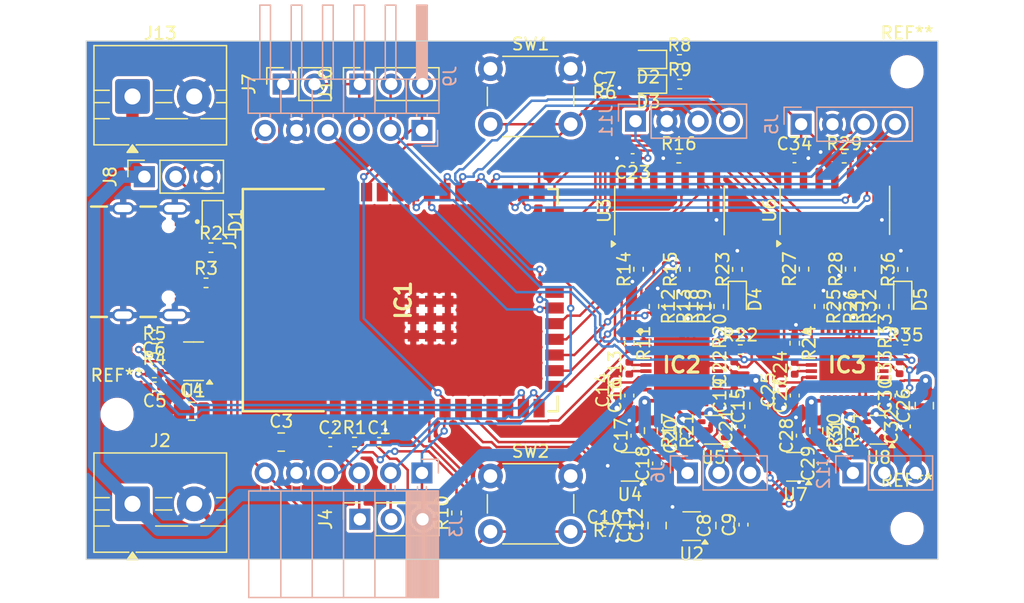
<source format=kicad_pcb>
(kicad_pcb (version 20241229) (generator "pcbnew") (generator_version "9.0")
  (layers (0 "F.Cu" signal) (2 "B.Cu" signal) (13 "F.Paste" user) (15 "B.Paste" user) (5 "F.SilkS" user "F.Silkscreen") (7 "B.SilkS" user "B.Silkscreen") (1 "F.Mask" user) (3 "B.Mask" user) (25 "Edge.Cuts" user))
  (net 0 "")
  (net 1 "GND")
  (net 2 "+3.3V")
  (net 3 "VMOT")
  (net 4 "Net-(IC2-VCP)")
  (net 5 "/Driver_Unit/SGND1")
  (net 6 "/Driver_Unit/SGND2")
  (net 7 "Net-(IC2-CPH)")
  (net 8 "Net-(IC2-CPL)")
  (net 9 "/Driver_Unit1/SGND1")
  (net 10 "/Driver_Unit1/SGND2")
  (net 11 "/GPIO0")
  (net 12 "+5V")
  (net 13 "/CHIP_PU")
  (net 14 "/Driver_Unit/FAULT")
  (net 15 "Net-(D2-K)")
  (net 16 "/Driver_Unit1/FAULT")
  (net 17 "Net-(D4-K)")
  (net 18 "/OUT3A")
  (net 19 "/Driver_Unit/EN2")
  (net 20 "/IN3HA")
  (net 21 "/RESET")
  (net 22 "/Driver_Unit/EN3")
  (net 23 "/OUT2A")
  (net 24 "/OUT1A")
  (net 25 "/IN2HA")
  (net 26 "/IN1HA")
  (net 27 "/SLEEP")
  (net 28 "/Driver_Unit/EN1")
  (net 29 "/Driver_Unit1/EN2")
  (net 30 "/Driver_Unit1/EN1")
  (net 32 "/IN1HB")
  (net 33 "/IN3HB")
  (net 34 "/OUT1B")
  (net 35 "Net-(IC2-NCOMPO)")
  (net 38 "/Driver_Unit1/EN3")
  (net 41 "/OUT2B")
  (net 42 "/OUT3B")
  (net 44 "/IN2HB")
  (net 45 "/MISO")
  (net 46 "/SENSE2A")
  (net 47 "/SDA2")
  (net 48 "/SCL1")
  (net 49 "/D+")
  (net 50 "/MOSI")
  (net 51 "/CS")
  (net 52 "/SENSE2B")
  (net 53 "/SENSE1A")
  (net 54 "/SCL2")
  (net 55 "/SDA1")
  (net 56 "/D-")
  (net 57 "/CLK")
  (net 58 "/SENSE1B")
  (net 59 "/IN1LA")
  (net 60 "/IN2LA")
  (net 61 "/IN3LA")
  (net 62 "/IN1LB")
  (net 63 "/IN2LB")
  (net 64 "/IN3LB")
  (net 65 "Net-(D1-A)")
  (net 66 "Net-(C5-Pad1)")
  (net 67 "Net-(C6-Pad1)")
  (net 68 "Net-(IC3-CPH)")
  (net 69 "Net-(IC3-CPL)")
  (net 70 "Net-(IC3-VCP)")
  (net 71 "Net-(D3-K)")
  (net 72 "Net-(D5-K)")
  (net 74 "/LED")
  (net 81 "Net-(IC3-NCOMPO)")
  (net 88 "Net-(J1-CC2)")
  (net 89 "Net-(J1-DN1)")
  (net 90 "Net-(J1-DP1)")
  (net 91 "Net-(J1-CC1)")
  (net 94 "/LOOP1")
  (net 95 "/LOOP2")
  (footprint "Capacitor_SMD:C_0402_1005Metric" (layer "F.Cu") (at 44.75 39.23 90)
    (property "Reference" "C11")
    (property "Value" "0.1u")
  )
  (footprint "Package_SO:SOIC-14_3.9x8.7mm_P1.27mm" (layer "F.Cu") (at 47.25 13.75 90)
    (property "Reference" "U3")
    (property "Value" "74HC32")
  )
  (footprint "Resistor_SMD:R_0402_1005Metric" (layer "F.Cu") (at 10.11 16.75)
    (property "Reference" "R2")
    (property "Value" "5.1kΩ")
  )
  (footprint "Touchstone:ESP32S3WROOM1N4" (layer "F.Cu") (at 25.69 21 90)
    (property "Reference" "IC1")
    (property "Value" "ESP32-S3-WROOM-1-N4" (hide yes))
  )
  (footprint "Connector_PinSocket_2.54mm:PinSocket_1x03_P2.54mm_Vertical" (layer "F.Cu") (at 22.17 3.5 90)
    (property "Reference" "J10")
    (property "Value" "Conn_01x03")
  )
  (footprint "Resistor_SMD:R_0402_1005Metric" (layer "F.Cu") (at 50.25 21.51 90)
    (property "Reference" "R18")
    (property "Value" "3.3k")
  )
  (footprint "LED_SMD:LED_0603_1608Metric" (layer "F.Cu") (at 52.75 20.9625 -90)
    (property "Reference" "D4")
    (property "Value" "LED")
  )
  (footprint "Resistor_SMD:R_0402_1005Metric" (layer "F.Cu") (at 58.15 18.49 90)
    (property "Reference" "R27")
    (property "Value" "3.3k")
  )
  (footprint "Capacitor_SMD:C_0402_1005Metric" (layer "F.Cu") (at 57.4 28.73 90)
    (property "Reference" "C27")
    (property "Value" "0.1u")
  )
  (footprint "Resistor_SMD:R_0402_1005Metric" (layer "F.Cu") (at 66.15 18.51 90)
    (property "Reference" "R36")
    (property "Value" "500")
  )
  (footprint "TerminalBlock:TerminalBlock_MaiXu_MX126-5.0-02P_1x02_P5.00mm" (layer "F.Cu") (at 3.75 37.5)
    (property "Reference" "J2")
    (property "Value" "Conn_01x02")
  )
  (footprint "Resistor_SMD:R_0402_1005Metric" (layer "F.Cu") (at 46 21.51 -90)
    (property "Reference" "R12")
    (property "Value" "3.3k")
  )
  (footprint "Capacitor_SMD:C_0402_1005Metric" (layer "F.Cu") (at 5.555 28 180)
    (property "Reference" "C5")
    (property "Value" "20p")
  )
  (footprint "Capacitor_SMD:C_0402_1005Metric" (layer "F.Cu") (at 41.98 39.75)
    (property "Reference" "C10")
    (property "Value" "0.1u")
  )
  (footprint "Resistor_SMD:R_0402_1005Metric" (layer "F.Cu") (at 51.25 21.51 90)
    (property "Reference" "R19")
    (property "Value" "3.3k")
  )
  (footprint "Capacitor_SMD:C_0402_1005Metric" (layer "F.Cu") (at 19.77 32.5)
    (property "Reference" "C2")
    (property "Value" "0.1u")
  )
  (footprint "Diode_SMD:D_SOD-323" (layer "F.Cu") (at 10.25 14.55 -90)
    (property "Reference" "D1")
    (property "Value" "BAT60A")
  )
  (footprint "Capacitor_SMD:C_0402_1005Metric" (layer "F.Cu") (at 44.5 31.98 90)
    (property "Reference" "C17")
    (property "Value" "0.1u")
  )
  (footprint "Capacitor_SMD:C_0402_1005Metric" (layer "F.Cu") (at 53.25 39.19 90)
    (property "Reference" "C9")
    (property "Value" "0.1u")
  )
  (footprint "Resistor_SMD:R_0402_1005Metric" (layer "F.Cu") (at 5.525 24.9)
    (property "Reference" "R5")
    (property "Value" "22Ω")
  )
  (footprint "Package_SO:SOIC-14_3.9x8.7mm_P1.27mm" (layer "F.Cu") (at 60.65 13.725 90)
    (property "Reference" "U6")
    (property "Value" "74HC32")
  )
  (footprint "Connector_PinSocket_2.54mm:PinSocket_1x03_P2.54mm_Vertical" (layer "F.Cu") (at 22.17 38.75 90)
    (property "Reference" "J4")
    (property "Value" "Conn_01x03")
  )
  (footprint "Resistor_SMD:R_0402_1005Metric" (layer "F.Cu") (at 52.75 18.51 90)
    (property "Reference" "R23")
    (property "Value" "500")
  )
  (footprint "Touchstone:GCT_USB4105-GF-A" (layer "F.Cu") (at 3 17.89 -90)
    (property "Reference" "J1")
    (property "Value" "USB4105-GF-A")
  )
  (footprint "Capacitor_SMD:C_0402_1005Metric" (layer "F.Cu") (at 65.9 28.73 90)
    (property "Reference" "C30")
    (property "Value" "0.1u")
  )
  (footprint "Capacitor_SMD:C_0402_1005Metric" (layer "F.Cu") (at 53 31.23 90)
    (property "Reference" "C21")
    (property "Value" "0.1u")
  )
  (footprint "Capacitor_SMD:C_0402_1005Metric" (layer "F.Cu") (at 44 26.51 90)
    (property "Reference" "C13")
    (property "Value" "0.01u")
  )
  (footprint "Capacitor_SMD:C_0402_1005Metric" (layer "F.Cu") (at 61.9 32.02 90)
    (property "Reference" "C31")
    (property "Value" "0.1u")
  )
  (footprint "Capacitor_SMD:C_0402_1005Metric" (layer "F.Cu") (at 56.4 28.27 90)
    (property "Reference" "C25")
    (property "Value" "0.1u")
  )
  (footprint "Package_TO_SOT_SMD:SOT-363_SC-70-6" (layer "F.Cu") (at 44.05 34.5 180)
    (property "Reference" "U4")
    (property "Value" "INA199xxDCK")
  )
  (footprint "Capacitor_SMD:C_0805_2012Metric" (layer "F.Cu") (at 46.25 39.26 90)
    (property "Reference" "C12")
    (property "Value" "10u")
  )
  (footprint "Button_Switch_THT:SW_PUSH_6mm" (layer "F.Cu") (at 32.75 35.25)
    (property "Reference" "SW2")
    (property "Value" "SW_SPST")
  )
  (footprint "Touchstone:QFN50P600X600X100-37N-D" (layer "F.Cu") (at 48.25 26.25)
    (property "Reference" "IC2")
    (property "Value" "DRV8313RHHR" (hide yes))
  )
  (footprint "Resistor_SMD:R_0402_1005Metric" (layer "F.Cu") (at 61.9 18.49 90)
    (property "Reference" "R28")
    (property "Value" "3.3k")
  )
  (footprint "Resistor_SMD:R_0402_1005Metric" (layer "F.Cu") (at 47.25 21.51 -90)
    (property "Reference" "R13")
    (property "Value" "3.3k")
  )
  (footprint "LED_SMD:LED_0603_1608Metric" (layer "F.Cu") (at 66.15 20.9625 -90)
    (property "Reference" "D5")
    (property "Value" "LED" (hide yes))
  )
  (footprint "MountingHole:MountingHole_2.2mm_M2" (layer "F.Cu") (at 66.5 2.5)
    (property "Reference" "REF**")
    (property "Value" "MountingHole_2.2mm_M2")
  )
  (footprint "Capacitor_SMD:C_0402_1005Metric" (layer "F.Cu") (at 57.38 9.5)
    (property "Reference" "C34")
    (property "Value" "0.1u")
  )
  (footprint "Resistor_SMD:R_0402_1005Metric" (layer "F.Cu") (at 60.75 21.51 -90)
    (property "Reference" "R26")
    (property "Value" "3.3k")
  )
  (footprint "Resistor_SMD:R_0402_1005Metric" (layer "F.Cu") (at 5.525 26.9)
    (property "Reference" "R4")
    (property "Value" "22Ω")
  )
  (footprint "Package_TO_SOT_SMD:SOT-363_SC-70-6" (layer "F.Cu") (at 64.2 31.5 180)
    (property "Reference" "U8")
    (property "Value" "INA199xxDCK")
  )
  (footprint "Capacitor_SMD:C_0402_1005Metric" (layer "F.Cu") (at 52.5 26.48 90)
    (property "Reference" "C22")
    (property "Value" "0.47u")
  )
  (footprint "Capacitor_SMD:C_0805_2012Metric" (layer "F.Cu") (at 54.5 29.55 90)
    (property "Reference" "C15")
    (property "Value" "10u")
  )
  (footprint "Resistor_SMD:R_0402_1005Metric" (layer "F.Cu") (at 42.01 38.5 180)
    (property "Reference" "R7")
    (property "Value" "10k")
  )
  (footprint "Button_Switch_THT:SW_PUSH_6mm" (layer "F.Cu") (at 32.75 2.25)
    (property "Reference" "SW1")
    (property "Value" "SW_SPST")
  )
  (footprint "Capacitor_SMD:C_0402_1005Metric" (layer "F.Cu") (at 52.5 28.73 90)
    (property "Reference" "C19")
    (property "Value" "0.1u")
  )
  (footprint "LED_SMD:LED_0603_1608Metric" (layer "F.Cu") (at 45.5375 3.5 180)
    (property "Reference" "D3")
    (property "Value" "LED")
  )
  (footprint "Resistor_SMD:R_0402_1005Metric" (layer "F.Cu") (at 30 38.24 90)
    (property "Reference" "R10")
    (property "Value" "10k")
  )
  (footprint "Touchstone:QFN50P600X600X100-37N-D" (layer "F.Cu") (at 61.65 26.25)
    (property "Reference" "IC3")
    (property "Value" "DRV8313RHHR" (hide yes))
  )
  (footprint "Capacitor_SMD:C_0402_1005Metric" (layer "F.Cu") (at 59.65 34.23 90)
    (property "Reference" "C29")
    (property "Value" "0.1u")
  )
  (footprint "Resistor_SMD:R_0402_1005Metric" (layer "F.Cu") (at 48.065 1.5)
    (property "Reference" "R8")
    (property "Value" "500")
  )
  (footprint "TerminalBlock:TerminalBlock_MaiXu_MX126-5.0-02P_1x02_P5.00mm" (layer "F.Cu") (at 3.75 4.5)
    (property "Reference" "J13")
    (property "Value" "Conn_01x02")
  )
  (footprint "Capacitor_SMD:C_0402_1005Metric" (layer "F.Cu") (at 43 28.27 90)
    (property "Reference" "C14")
    (property "Value" "0.1u")
  )
  (footprint "Capacitor_SMD:C_0402_1005Metric" (layer "F.Cu") (at 57.4 26.52 90)
    (property "Reference" "C24")
    (property "Value" "0.01u")
  )
  (footprint "Connector_PinSocket_2.54mm:PinSocket_1x03_P2.54mm_Vertical" (layer "F.Cu") (at 4.71 11 90)
    (property "Reference" "J8")
    (property "Value" "Conn_01x03")
  )
  (footprint "Resistor_SMD:R_0402_1005Metric" (layer "F.Cu") (at 48.01 9.5)
    (property "Reference" "R16")
    (property "Value" "3.3k")
  )
  (footprint "Resistor_SMD:R_0402_1005Metric" (layer "F.Cu") (at 41.99 3 180)
    (property "Reference" "R6")
    (property "Value" "10k")
  )
  (footprint "Capacitor_SMD:C_0402_1005Metric" (layer "F.Cu") (at 44 28.73 90)
    (property "Reference" "C16")
    (property "Value" "0.1u")
  )
  (footprint "Capacitor_SMD:C_0402_1005Metric" (layer "F.Cu") (at 46.25 34.23 90)
    (property "Reference" "C18")
    (property "Value" "0.1u")
  )
  (footprint "Resistor_SMD:R_0402_1005Metric" (layer "F.Cu") (at 9.71 19.6)
    (property "Reference" "R3")
    (property "Value" "5.1kΩ")
  )
  (footprint "Resistor_SMD:R_0402_1005Metric" (layer "F.Cu") (at 48.085 3.5)
    (property "Reference" "R9")
    (property "Value" "500")
  )
  (footprint "Resistor_SMD:R_0402_1005Metric" (layer "F.Cu") (at 65.9 23.51 90)
    (property "Reference" "R33")
    (property "Value" "3.3k")
  )
  (footprint "Resistor_SMD:R_0402_1005Metric" (layer "F.Cu") (at 66.39 25)
    (property "Reference" "R35")
    (property "Value" "3.3k")
  )
  (footprint "Capacitor_SMD:C_0805_2012Metric" (layer "F.Cu") (at 51.75 39.26 90)
    (property "Reference" "C8")
    (property "Value" "10u")
  )
  (footprint "Resistor_SMD:R_0402_1005Metric" (layer "F.Cu") (at 21.74 32.5)
    (property "Reference" "R1")
    (property "Value" "10k")
  )
  (footprint "Package_TO_SOT_SMD:SOT-363_SC-70-6" (layer "F.Cu") (at 57.45 34.5 180)
    (property "Reference" "U7")
    (property "Value" "INA199xxDCK")
  )
  (footprint "Resistor_SMD:R_0402_1005Metric" (layer "F.Cu") (at 44.75 18.5 90)
    (property "Reference" "R14")
    (property "Value" "3.3k")
  )
  (footprint "Resistor_SMD:R_0402_1005Metric" (layer "F.Cu") (at 52.5 23.51 90)
    (property "Reference" "R20")
    (property "Value" "3.3k")
  )
  (footprint "Resistor_SMD:R_0402_1005Metric" (layer "F.Cu") (at 48.5 18.5 90)
    (property "Reference" "R15")
    (property "Value" "3.3k")
  )
  (footprint "Capacitor_SMD:C_0402_1005Metric" (layer "F.Cu") (at 57.9 31.98 90)
    (property "Reference" "C28")
    (property "Value" "0.1u")
  )
  (footprint "Resistor_SMD:R_0402_1005Metric" (layer "F.Cu") (at 59.4 21.51 -90)
    (property "Reference" "R25")
    (property "Value" "3.3k")
  )
  (footprint "Capacitor_SMD:C_0805_2012Metric" (layer "F.Cu") (at 15.8 32.5)
    (property "Reference" "C3")
    (property "Value" "10u")
  )
  (footprint "Capacitor_SMD:C_0402_1005Metric" (layer "F.Cu") (at 41.98 4.25)
    (property "Reference" "C7")
    (property "Value" "0.1u")
  )
  (footprint "Capacitor_SMD:C_0402_1005Metric" (layer "F.Cu") (at 23.73 32.5)
    (property "Reference" "C1")
    (property "Value" "0.1u")
  )
  (footprint "Capacitor_SMD:C_0402_1005Metric" (layer "F.Cu") (at 44.27 9.5 180)
    (property "Reference" "C23")
    (property "Value" "0.1u")
  )
  (footprint "Resistor_SMD:R_0603_1608Metric" (layer "F.Cu") (at 45.75 31.575 -90)
    (property "Reference" "R17")
    (property "Value" "25m")
  )
  (footprint "Resistor_SMD:R_0402_1005Metric" (layer "F.Cu") (at 64.65 21.51 90)
    (property "Reference" "R32")
    (property "Value" "3.3k")
  )
  (footprint "Capacitor_SMD:C_0402_1005Metric" (layer "F.Cu") (at 66.4 31.23 90)
    (property "Reference" "C32")
    (property "Value" "0.1u")
  )
  (footprint "LED_SMD:LED_0603_1608Metric" (layer "F.Cu") (at 45.5375 1.5 180)
    (property "Reference" "D2")
    (property "Value" "LED")
  )
  (footprint "Capacitor_SMD:C_0805_2012Metric" (layer "F.Cu") (at 67.9 29.55 90)
    (property "Reference" "C26")
    (property "Value" "10u")
  )
  (footprint "MountingHole:MountingHole_2.2mm_M2" (layer "F.Cu") (at 2.5 30.25)
    (property "Reference" "REF**")
    (property "Value" "MountingHole_2.2mm_M2")
  )
  (footprint "Package_TO_SOT_SMD:SOT-23-6" (layer "F.Cu") (at 8.6975 25.95 180)
    (property "Reference" "U1")
    (property "Value" "USBLC6-2SC6")
  )
  (footprint "Resistor_SMD:R_0402_1005Metric" (layer "F.Cu") (at 61.41 9.5)
    (property "Reference" "R29")
    (property "Value" "3.3k")
  )
  (footprint "Resistor_SMD:R_0603_1608Metric" (layer "F.Cu") (at 60.65 31.575 -90)
    (property "Reference" "R34")
    (property "Value" "25m")
  )
  (footprint "Package_TO_SOT_SMD:SOT-353_SC-70-5" (layer "F.Cu") (at 49.05 39.31 180)
    (property "Reference" "U2")
    (property "Value" "MIC5365-3.3YC5")
  )
  (footprint "Resistor_SMD:R_0603_1608Metric" (layer "F.Cu") (at 59.15 31.575 -90)
    (property "Reference" "R30")
    (property "Value" "25m")
  )
  (footprint "Connector_PinSocket_2.54mm:PinSocket_1x02_P2.54mm_Vertical" (layer "F.Cu") (at 15.96 3.5 90)
    (property "Reference" "J7")
    (property "Value" "Conn_01x02")
  )
  (footprint "Package_TO_SOT_SMD:SOT-363_SC-70-6" (layer "F.Cu") (at 50.8 31.5 180)
    (property "Reference" "U5")
    (property "Value" "INA199xxDCK")
  )
  (footprint "Capacitor_SMD:C_0402_1005Metric" (layer "F.Cu") (at 48.5 32.02 90)
    (property "Reference" "C20")
    (property "Value" "0.1u")
  )
  (footprint "Resistor_SMD:R_0402_1005Metric" (layer "F.Cu") (at 44 24.5 -90)
    (property "Reference" "R11")
    (property "Value" "3.3k")
  )
  (footprint "Resistor_SMD:R_0402_1005Metric" (layer "F.Cu") (at 63.65 21.51 90)
    (property "Reference" "R31")
    (property "Value" "3.3k")
  )
  (footprint "Capacitor_SMD:C_0402_1005Metric" (layer "F.Cu") (at 5.48 23.8 180)
    (property "Reference" "C6")
    (property "Value" "20p")
  )
  (footprint "MountingHole:MountingHole_2.2mm_M2" (layer "F.Cu") (at 66.5 39.5)
    (property "Reference" "REF**")
    (property "Value" "MountingHole_2.2mm_M2")
  )
  (footprint "Capacitor_SMD:C_0805_2012Metric" (layer "F.Cu") (at 8.55 30)
    (property "Reference" "C4")
    (property "Value" "10u")
  )
  (footprint "Resistor_SMD:R_0603_1608Metric" (layer "F.Cu") (at 47.25 31.575 -90)
    (property "Reference" "R21")
    (property "Value" "25m")
  )
  (footprint "Resistor_SMD:R_0402_1005Metric" (layer "F.Cu") (at 57.4 24.49 -90)
    (property "Reference" "R24")
    (property "Value" "3.3k")
  )
  (footprint "Resistor_SMD:R_0402_1005Metric" (layer "F.Cu") (at 52.99 25)
    (property "Reference" "R22")
    (property "Value" "3.3k")
  )
  (footprint "Capacitor_SMD:C_0402_1005Metric" (layer "F.Cu") (at 65.9 26.48 90)
    (property "Reference" "C33")
    (property "Value" "0.47u")
  )
  (footprint "Connector_PinHeader_2.54mm:PinHeader_1x04_P2.54mm_Vertical" (layer "B.Cu") (at 44.5 6.5 -90)
    (property "Reference" "J11")
    (property "Value" "Conn_01x04")
  )
  (footprint "Connector_PinHeader_2.54mm:PinHeader_1x03_P2.54mm_Vertical" (layer "B.Cu") (at 48.71 35 -90)
    (property "Reference" "J6")
    (property "Value" "Conn_01x03")
  )
  (footprint "Connector_PinHeader_2.54mm:PinHeader_1x03_P2.54mm_Vertical" (layer "B.Cu") (at 62.11 35 -90)
    (property "Reference" "J12")
    (property "Value" "Conn_01x03")
  )
  (footprint "Connector_PinHeader_2.54mm:PinHeader_1x04_P2.54mm_Vertical" (layer "B.Cu") (at 57.92 6.75 -90)
    (property "Reference" "J5")
    (property "Value" "Conn_01x04")
  )
  (footprint "Connector_PinSocket_2.54mm:PinSocket_1x06_P2.54mm_Horizontal" (layer "B.Cu") (at 27.2 35 90)
    (property "Reference" "J3")
    (property "Value" "Conn_01x06")
  )
  (footprint "Connector_PinHeader_2.54mm:PinHeader_1x06_P2.54mm_Horizontal" (layer "B.Cu") (at 27.2 7.25 90)
    (property "Reference" "J9")
    (property "Value" "Conn_01x06")
  )
  (gr_rect (start 0 0) (end 69 42) (stroke (width 0.1)) (fill no) (layer "Edge.Cuts"))
  (segment (start 61.9 32.5) (end 62.9 31.5) (width 0.2) (layer "F.Cu") (net 1))
  (segment (start 49.25 29.15) (end 49.25 27.25) (width 0.2) (layer "F.Cu") (net 1))
  (segment (start 52.15 38.71) (end 51.75 38.31) (width 0.2) (layer "F.Cu") (net 1))
  (segment (start 61.8 32.4) (end 61.9 32.5) (width 0.2) (layer "F.Cu") (net 1))
  (segment (start 64.55 25.75) (end 62.15 25.75) (width 0.2) (layer "F.Cu") (net 1))
  (segment (start 44.5 32.46) (end 44.5 32.75) (width 0.2) (layer "F.Cu") (net 1))
  (segment (start 62.65 29.15) (end 62.65 27.25) (width 0.2) (layer "F.Cu") (net 1))
  (segment (start 48.75 25.75) (end 48.25 26.25) (width 0.2) (layer "F.Cu") (net 1))
  (segment (start 48.75 23.35) (end 48.75 25.75) (width 0.2) (layer "F.Cu") (net 1))
  (segment (start 53.25 38.71) (end 52.15 38.71) (width 0.2) (layer "F.Cu") (net 1))
  (segment (start 64.55 26.25) (end 61.65 26.25) (width 0.2) (layer "F.Cu") (net 1))
  (segment (start 48.4 32.4) (end 48.5 32.5) (width 0.2) (layer "F.Cu") (net 1))
  (segment (start 64.55 26.25) (end 65.19 26.25) (width 0.2) (layer "F.Cu") (net 1))
  (segment (start 49.75 29.15) (end 49.75 27.75) (width 0.2) (layer "F.Cu") (net 1))
  (segment (start 45.35 25.25) (end 47.25 25.25) (width 0.2) (layer "F.Cu") (net 1))
  (segment (start 45.75 32.4) (end 44.56 32.4) (width 0.2) (layer "F.Cu") (net 1))
  (segment (start 65.9 29.21) (end 65.29 29.21) (width 0.2) (layer "F.Cu") (net 1))
  (segment (start 62.15 22.40819) (end 62.154095 22.404095) (width 0.2) (layer "F.Cu") (net 1))
  (segment (start 64.46 16.2) (end 64.46 14.501) (width 0.2) (layer "F.Cu") (net 1))
  (segment (start 43.1 34.5) (end 42.33213 34.5) (width 0.2) (layer "F.Cu") (net 1))
  (segment (start 43.726 33.58113) (end 43.726 34.11887) (width 0.2) (layer "F.Cu") (net 1))
  (segment (start 64.46 14.501) (end 64.461 14.5) (width 0.2) (layer "F.Cu") (net 1))
  (segment (start 42.46 4.25) (end 42.75 4.25) (width 0.2) (layer "F.Cu") (net 1))
  (segment (start 48.75 23.35) (end 48.75 22.5) (width 0.2) (layer "F.Cu") (net 1))
  (segment (start 63.15 29.15) (end 63.15 27.75) (width 0.2) (layer "F.Cu") (net 1))
  (segment (start 44.5 32.75) (end 43.697435 33.552565) (width 0.2) (layer "F.Cu") (net 1))
  (segment (start 57.5 30.5) (end 57.5 30.25) (width 0.2) (layer "F.Cu") (net 1))
  (segment (start 56.5 34.351) (end 56.89387 34.351) (width 0.2) (layer "F.Cu") (net 1))
  (segment (start 66.15 17.15) (end 66 17) (width 0.2) (layer "F.Cu") (net 1))
  (segment (start 48.5 19.01) (end 47.51 19.01) (width 0.2) (layer "F.Cu") (net 1))
  (segment (start 64.55 27.75) (end 63.15 27.75) (width 0.2) (layer "F.Cu") (net 1))
  (segment (start 52.5 29.21) (end 52.29 29.21) (width 0.2) (layer "F.Cu") (net 1))
  (segment (start 57.9 32.85) (end 57.9 32.46) (width 0.2) (layer "F.Cu") (net 1))
  (segment (start 43.79 9.5) (end 43 9.5) (width 0.2) (layer "F.Cu") (net 1))
  (segment (start 60.9 9.5) (end 60 9.5) (width 0.2) (layer "F.Cu") (net 1))
  (segment (start 62.15 23.35) (end 62.15 25.75) (width 0.2) (layer "F.Cu") (net 1))
  (segment (start 44.75 19.01) (end 44.74 19.01) (width 0.2) (layer "F.Cu") (net 1))
  (segment (start 58.4 35.15) (end 58.35 35.15) (width 0.2) (layer "F.Cu") (net 1))
  (segment (start 60.65 32.4) (end 61.8 32.4) (width 0.2) (layer "F.Cu") (net 1))
  (segment (start 49.25 25.25) (end 48.25 26.25) (width 0.2) (layer "F.Cu") (net 1))
  (segment (start 42.33213 34.5) (end 42.25 34.41787) (width 0.2) (layer "F.Cu") (net 1))
  (segment (start 59.4 21) (end 59.4 20.56113) (width 0.2) (layer "F.Cu") (net 1))
  (segment (start 57.9 32.46) (end 59.09 32.46) (width 0.2) (layer "F.Cu") (net 1))
  (segment (start 60.65 25.25) (end 61.65 26.25) (width 0.2) (layer "F.Cu") (net 1))
  (segment (start 47.51 19.01) (end 47.5 19) (width 0.2) (layer "F.Cu") (net 1))
  (segment (start 62.15 25.75) (end 61.65 26.25) (width 0.2) (layer "F.Cu") (net 1))
  (segment (start 60 9.5) (end 59.5 9) (width 0.2) (layer "F.Cu") (net 1))
  (segment (start 43.726 34.11887) (end 43.49387 34.351) (width 0.2) (layer "F.Cu") (net 1))
  (segment (start 62.65 27.25) (end 61.65 26.25) (width 0.2) (layer "F.Cu") (net 1))
  (segment (start 56.89387 34.351) (end 57.126 34.11887) (width 0.2) (layer "F.Cu") (net 1))
  (segment (start 42.46 39.96) (end 43 40.5) (width 0.2) (layer "F.Cu") (net 1))
  (segment (start 57.126 34.11887) (end 57.126 33.624) (width 0.2) (layer "F.Cu") (net 1))
  (segment (start 42.46 39.75) (end 42.46 39.96) (width 0.2) (layer "F.Cu") (net 1))
  (segment (start 52.29 29.21) (end 51.75 29.75) (width 0.2) (layer "F.Cu") (net 1))
  (segment (start 24.21 31.54) (end 24.25 31.5) (width 0.2) (layer "F.Cu") (net 1))
  (segment (start 62.65 25.25) (end 61.65 26.25) (width 0.2) (layer "F.Cu") (net 1))
  (segment (start 66.15 18) (end 66.15 17.15) (width 0.2) (layer "F.Cu") (net 1))
  (segment (start 47.25 32.4) (end 48.4 32.4) (width 0.2) (layer "F.Cu") (net 1))
  (segment (start 59.4 20.56113) (end 59.730565 20.230565) (width 0.2) (layer "F.Cu") (net 1))
  (segment (start 44.74 19.01) (end 44.25 19.5) (width 0.2) (layer "F.Cu") (net 1))
  (segment (start 44.75 38.75) (end 44 38) (width 0.2) (layer "F.Cu") (net 1))
  (segment (start 62.9 31.5) (end 63.25 31.5) (width 0.2) (layer "F.Cu") (net 1))
  (segment (start 57.86 9.5) (end 58.5 9.5) (width 0.2) (layer "F.Cu") (net 1))
  (segment (start 51.06 16.225) (end 51.06 14.501) (width 0.2) (layer "F.Cu") (net 1))
  (segment (start 51.15 27.75) (end 49.75 27.75) (width 0.2) (layer "F.Cu") (net 1))
  (segment (start 65.19 26.25) (end 65.9 26.96) (width 0.2) (layer "F.Cu") (net 1))
  (segment (start 5 23.8) (end 5 23.214013) (width 0.2) (layer "F.Cu") (net 1))
  (segment (start 43.1 34.351) (end 43.1 34.5) (width 0.2) (layer "F.Cu") (net 1))
  (segment (start 45 35.15) (end 45 35.951) (width 0.2) (layer "F.Cu") (net 1))
  (segment (start 44.56 32.4) (end 44.5 32.46) (width 0.2) (layer "F.Cu") (net 1))
  (segment (start 43.49387 34.351) (end 43.1 34.351) (width 0.2) (layer "F.Cu") (net 1))
  (segment (start 43.697435 33.552565) (end 43.726 33.58113) (width 0.2) (layer "F.Cu") (net 1))
  (segment (start 46.94 38.31) (end 47.5 37.75) (width 0.2) (layer "F.Cu") (net 1))
  (segment (start 57.4 30.15) (end 57.4 29.21) (width 0.2) (layer "F.Cu") (net 1))
  (segment (start 24.21 32.5) (end 24.21 31.54) (width 0.2) (layer "F.Cu") (net 1))
  (segment (start 49.5 31.5) (end 49.85 31.5) (width 0.2) (layer "F.Cu") (net 1))
  (segment (start 46.25 38.31) (end 45.19 38.31) (width 0.2) (layer "F.Cu") (net 1))
  (segment (start 65.29 29.21) (end 65 29.5) (width 0.2) (layer "F.Cu") (net 1))
  (segment (start 62.15 23.35) (end 62.15 22.40819) (width 0.2) (layer "F.Cu") (net 1))
  (segment (start 49.75 27.75) (end 48.25 26.25) (width 0.2) (layer "F.Cu") (net 1))
  (segment (start 56.5 34.5) (end 56.5 34.351) (width 0.2) (layer "F.Cu") (net 1))
  (segment (start 47.5 9.5) (end 46.75 9.5) (width 0.2) (layer "F.Cu") (net 1))
  (segment (start 51.06 14.501) (end 51.061 14.5) (width 0.2) (layer "F.Cu") (net 1))
  (segment (start 60.92147 21) (end 61.460735 20.460735) (width 0.2) (layer "F.Cu") (net 1))
  (segment (start 60.75 21) (end 60.92147 21) (width 0.2) (layer "F.Cu") (net 1))
  (segment (start 46.25 38.31) (end 46.94 38.31) (width 0.2) (layer "F.Cu") (net 1))
  (segment (start 57.4 23.1) (end 57.5 23) (width 0.2) (layer "F.Cu") (net 1))
  (segment (start 51.79 26.25) (end 52.5 26.96) (width 0.2) (layer "F.Cu") (net 1))
  (segment (start 63.15 27.75) (end 61.65 26.25) (width 0.2) (layer "F.Cu") (net 1))
  (segment (start 45.19 38.31) (end 44.75 38.75) (width 0.2) (layer "F.Cu") (net 1))
  (segment (start 51.15 25.75) (end 48.75 25.75) (width 0.2) (layer "F.Cu") (net 1))
  (segment (start 61.9 19) (end 61 19) (width 0.2) (layer "F.Cu") (net 1))
  (segment (start 57.5 30.25) (end 57.4 30.15) (width 0.2) (layer "F.Cu") (net 1))
  (segment (start 61.65 23.35) (end 61.65 26.25) (width 0.2) (layer "F.Cu") (net 1))
  (segment (start 62.65 23.35) (end 62.65 25.25) (width 0.2) (layer "F.Cu") (net 1))
  (segment (start 48.5 32.5) (end 49.5 31.5) (width 0.2) (layer "F.Cu") (net 1))
  (segment (start 46 21) (end 46 20.34853) (width 0.2) (layer "F.Cu") (net 1))
  (segment (start 47.25 21) (end 48 20.25) (width 0.2) (layer "F.Cu") (net 1))
  (segment (start 49.25 23.35) (end 49.25 25.25) (width 0.2) (layer "F.Cu") (net 1))
  (segment (start 51.15 26.25) (end 51.79 26.25) (width 0.2) (layer "F.Cu") (net 1))
  (segment (start 44 29.21) (end 44 30.75) (width 0.2) (layer "F.Cu") (net 1))
  (segment (start 42.75 4.25) (end 43.200735 3.799265) (width 0.2) (layer "F.Cu") (net 1))
  (segment (start 57.4 23.98) (end 57.4 23.1) (width 0.2) (layer "F.Cu") (net 1))
  (segment (start 48.25 23.35) (end 48.25 26.25) (width 0.2) (layer "F.Cu") (net 1))
  (segment (start 46 20.34853) (end 46.299265 20.049265) (width 0.2) (layer "F.Cu") (net 1))
  (segment (start 49.25 27.25) (end 48.25 26.25) (width 0.2) (layer "F.Cu") (net 1))
  (segment (start 57.126 33.624) (end 57.9 32.85) (width 0.2) (layer "F.Cu") (net 1))
  (segment (start 47.25 25.25) (end 48.25 26.25) (width 0.2) (layer "F.Cu") (net 1))
  (segment (start 5 23.214013) (end 5.114013 23.1) (width 0.2) (layer "F.Cu") (net 1))
  (segment (start 52.75 18) (end 52.75 17) (width 0.2) (layer "F.Cu") (net 1))
  (segment (start 51.15 26.25) (end 48.25 26.25) (width 0.2) (layer "F.Cu") (net 1))
  (segment (start 58.35 35.15) (end 57.75 35.75) (width 0.2) (layer "F.Cu") (net 1))
  (segment (start 59.09 32.46) (end 59.15 32.4) (width 0.2) (layer "F.Cu") (net 1))
  (segment (start 58.75 25.25) (end 60.65 25.25) (width 0.2) (layer "F.Cu") (net 1))
  (via (at 64.461 14.5) (size 0.6) (drill 0.3) (layers "F.Cu" "B.Cu") (net 1))
  (via (at 59.730565 20.230565) (size 0.6) (drill 0.3) (layers "F.Cu" "B.Cu") (net 1))
  (via (at 43.200735 3.799265) (size 0.6) (drill 0.3) (layers "F.Cu" "B.Cu") (net 1))
  (via (at 59.5 9) (size 0.6) (drill 0.3) (layers "F.Cu" "B.Cu") (net 1))
  (via (at 51.061 14.5) (size 0.6) (drill 0.3) (layers "F.Cu" "B.Cu") (net 1))
  (via (at 44 38) (size 0.6) (drill 0.3) (layers "F.Cu" "B.Cu") (net 1))
  (via (at 57.5 30.5) (size 0.6) (drill 0.3) (layers "F.Cu" "B.Cu") (net 1))
  (via (at 52.75 17) (size 0.6) (drill 0.3) (layers "F.Cu" "B.Cu") (net 1))
  (via (at 44 30.75) (size 0.6) (drill 0.3) (layers "F.Cu" "B.Cu") (net 1))
  (via (at 61 19) (size 0.6) (drill 0.3) (layers "F.Cu" "B.Cu") (net 1))
  (via (at 5.114013 23.1) (size 0.6) (drill 0.3) (layers "F.Cu" "B.Cu") (net 1))
  (via (at 44.25 19.5) (size 0.6) (drill 0.3) (layers "F.Cu" "B.Cu") (net 1))
  (via (at 48 20.25) (size 0.6) (drill 0.3) (layers "F.Cu" "B.Cu") (net 1))
  (via (at 47.5 37.75) (size 0.6) (drill 0.3) (layers "F.Cu" "B.Cu") (net 1))
  (via (at 58.5 9.5) (size 0.6) (drill 0.3) (layers "F.Cu" "B.Cu") (net 1))
  (via (at 47.5 19) (size 0.6) (drill 0.3) (layers "F.Cu" "B.Cu") (net 1))
  (via (at 46.299265 20.049265) (size 0.6) (drill 0.3) (layers "F.Cu" "B.Cu") (net 1))
  (via (at 46.75 9.5) (size 0.6) (drill 0.3) (layers "F.Cu" "B.Cu") (net 1))
  (via (at 65 29.5) (size 0.6) (drill 0.3) (layers "F.Cu" "B.Cu") (net 1))
  (via (at 61.460735 20.460735) (size 0.6) (drill 0.3) (layers "F.Cu" "B.Cu") (net 1))
  (via (at 66 17) (size 0.6) (drill 0.3) (layers "F.Cu" "B.Cu") (net 1))
  (via (at 57.5 23) (size 0.6) (drill 0.3) (layers "F.Cu" "B.Cu") (net 1))
  (via (at 62.154095 22.404095) (size 0.6) (drill 0.3) (layers "F.Cu" "B.Cu") (net 1))
  (via (at 42.25 34.41787) (size 0.6) (drill 0.3) (layers "F.Cu" "B.Cu") (net 1))
  (via (at 45 35.951) (size 0.6) (drill 0.3) (layers "F.Cu" "B.Cu") (net 1))
  (via (at 43 9.5) (size 0.6) (drill 0.3) (layers "F.Cu" "B.Cu") (net 1))
  (via (at 57.75 35.75) (size 0.6) (drill 0.3) (layers "F.Cu" "B.Cu") (net 1))
  (via (at 43 40.5) (size 0.6) (drill 0.3) (layers "F.Cu" "B.Cu") (net 1))
  (via (at 24.25 31.5) (size 0.6) (drill 0.3) (layers "F.Cu" "B.Cu") (net 1))
  (via (at 51.75 29.75) (size 0.6) (drill 0.3) (layers "F.Cu" "B.Cu") (net 1))
  (via (at 48.75 22.5) (size 0.6) (drill 0.3) (layers "F.Cu" "B.Cu") (net 1))
  (segment (start 65.9 23) (end 66.1161 23) (width 0.2) (layer "F.Cu") (net 2))
  (segment (start 30 35.498) (end 27.751 33.249) (width 0.2) (layer "F.Cu") (net 2))
  (segment (start 52.75 23) (end 52.5 23) (width 0.2) (layer "F.Cu") (net 2))
  (segment (start 65.9 26) (end 66.054583 26) (width 0.2) (layer "F.Cu") (net 2))
  (segment (start 53.060271 26.419191) (end 53.558157 26.419191) (width 0.2) (layer "F.Cu") (net 2))
  (segment (start 53.5 25) (end 53.5 24) (width 0.2) (layer "F.Cu") (net 2))
  (segment (start 41.75 37.73) (end 30 37.73) (width 0.2) (layer "F.Cu") (net 2))
  (segment (start 55.67 4.5) (end 57.92 6.75) (width 0.2) (layer "F.Cu") (net 2))
  (segment (start 21.45 29.75) (end 21.45 31.3) (width 0.2) (layer "F.Cu") (net 2))
  (segment (start 57.92 8.48) (end 56.9 9.5) (width 0.2) (layer "F.Cu") (net 2))
  (segment (start 42.52 38.5) (end 41.75 37.73) (width 0.2) (layer "F.Cu") (net 2))
  (segment (start 51.125 31.76987) (end 51.125 31.125) (width 0.2) (layer "F.Cu") (net 2))
  (segment (start 64.825001 30.85) (end 65.15 30.85) (width 0.2) (layer "F.Cu") (net 2))
  (segment (start 62.268 33.482) (end 62.4851 33.482) (width 0.2) (layer "F.Cu") (net 2))
  (segment (start 44.75 39.71) (end 43.73 39.71) (width 0.2) (layer "F.Cu") (net 2))
  (segment (start 65.15 30.85) (end 66.3 30.85) (width 0.2) (layer "F.Cu") (net 2))
  (segment (start 53.526 21.3099) (end 53.526 22.224) (width 0.2) (layer "F.Cu") (net 2))
  (segment (start 63.876 31.88113) (end 63.872435 31.877565) (width 0.2) (layer "F.Cu") (net 2))
  (segment (start 64.524 31.151001) (end 64.825001 30.85) (width 0.2) (layer "F.Cu") (net 2))
  (segment (start 51.125 31.125) (end 51.4 30.85) (width 0.2) (layer "F.Cu") (net 2))
  (segment (start 66.675 30.475) (end 66.4 30.75) (width 0.2) (layer "F.Cu") (net 2))
  (segment (start 53.78984 29.699) (end 53 30.48884) (width 0.2) (layer "F.Cu") (net 2))
  (segment (start 56.84 11.25) (end 56.84 9.56) (width 0.2) (layer "F.Cu") (net 2))
  (segment (start 54.113674 25.863674) (end 55.21016 26.96016) (width 0.2) (layer "F.Cu") (net 2))
  (segment (start 49.07042 33.82445) (end 50.822435 32.072435) (width 0.2) (layer "F.Cu") (net 2))
  (segment (start 51.75 25.25) (end 52.5 26) (width 0.2) (layer "F.Cu") (net 2))
  (segment (start 63.64387 32.651) (end 63.876 32.41887) (width 0.2) (layer "F.Cu") (net 2))
  (segment (start 17.361 33.111) (end 16.75 32.5) (width 0.2) (layer "F.Cu") (net 2))
  (segment (start 57.92 6.75) (end 57.92 8.48) (width 0.2) (layer "F.Cu") (net 2))
  (segment (start 21.45 31.3) (end 20.25 32.5) (width 0.2) (layer "F.Cu") (net 2))
  (segment (start 63.872435 31.877565) (end 64.524 31.226) (width 0.2) (layer "F.Cu") (net 2))
  (segment (start 56.84 9.56) (end 56.9 9.5) (width 0.2) (layer "F.Cu") (net 2))
  (segment (start 43.73 39.71) (end 42.52 38.5) (width 0.2) (layer "F.Cu") (net 2))
  (segment (start 61.92555 33.82445) (end 62.268 33.482) (width 0.2) (layer "F.Cu") (net 2))
  (segment (start 23.825735 33.924265) (end 23.22147 33.32) (width 0.2) (layer "F.Cu") (net 2))
  (segment (start 45.5 4.25) (end 45.75 4.5) (width 0.2) (layer "F.Cu") (net 2))
  (segment (start 66.1161 23) (end 66.926 22.1901) (width 0.2) (layer "F.Cu") (net 2))
  (segment (start 66.71 28.102456) (end 66.675 28.137456) (width 0.2) (layer "F.Cu") (net 2))
  (segment (start 64.55 25.25) (end 65.15 25.25) (width 0.2) (layer "F.Cu") (net 2))
  (segment (start 65.15 25.25) (end 65.9 26) (width 0.2) (layer "F.Cu") (net 2))
  (segment (start 48.1 39.96) (end 46.5 39.96) (width 0.2) (layer "F.Cu") (net 2))
  (segment (start 51.15 25.25) (end 51.75 25.25) (width 0.2) (layer "F.Cu") (net 2))
  (segment (start 59.039 34.361) (end 59.039 35.40587) (width 0.2) (layer "F.Cu") (net 2))
  (segment (start 67.475265 25.575265) (end 66.9 25) (width 0.2) (layer "F.Cu") (net 2))
  (segment (start 66.219999 23) (end 65.9 23) (width 0.2) (layer "F.Cu") (net 2))
  (segment (start 53.526 22.224) (end 52.75 23) (width 0.2) (layer "F.Cu") (net 2))
  (segment (start 43.44 10.81) (end 44.75 9.5) (width 0.2) (layer "F.Cu") (net 2))
  (segment (start 66.3 30.85) (end 66.4 30.75) (width 0.2) (layer "F.Cu") (net 2))
  (segment (start 55.400735 34.982975) (end 55.400735 35.400735) (width 0.2) (layer "F.Cu") (net 2))
  (segment (start 52.708214 26) (end 52.708214 26.067134) (width 0.2) (layer "F.Cu") (net 2))
  (segment (start 51.4 30.85) (end 51.75 30.85) (width 0.2) (layer "F.Cu") (net 2))
  (segment (start 59.55 33.85) (end 59.65 33.75) (width 0.2) (layer "F.Cu") (net 2))
  (segment (start 55.526 29.08516) (end 54.91216 29.699) (width 0.2) (layer "F.Cu") (net 2))
  (segment (start 58.4 33.85) (end 59.55 33.85) (width 0.2) (layer "F.Cu") (net 2))
  (segment (start 59.72445 33.82445) (end 61.92555 33.82445) (width 0.2) (layer "F.Cu") (net 2))
  (segment (start 53.558157 26.419191) (end 54.113674 25.863674) (width 0.2) (layer "F.Cu") (net 2))
  (segment (start 66.675 28.137456) (end 66.675 30.475) (width 0.2) (layer "F.Cu") (net 2))
  (segment (start 65.9 23) (end 66.9 24) (width 0.2) (layer "F.Cu") (net 2))
  (segment (start 53.558157 26.419191) (end 53.910214 26.067134) (width 0.2) (layer "F.Cu") (net 2))
  (segment (start 44.3099 4.276) (end 45.1901 4.276) (width 0.2) (layer "F.Cu") (net 2))
  (segment (start 22.05 33.32) (end 21.23 32.5) (width 0.2) (layer "F.Cu") (net 2))
  (segment (start 53.2161 21) (end 53.526 21.3099) (width 0.2) (layer "F.Cu") (net 2))
  (segment (start 44.0115 3.9776) (end 44.3099 4.276) (width 0.2) (layer "F.Cu") (net 2))
  (segment (start 44.0115 3.7615) (end 44.0115 3.9776) (width 0.2) (layer "F.Cu") (net 2))
  (segment (start 64.65 21) (end 66.6161 21) (width 0.2) (layer "F.Cu") (net 2))
  (segment (start 42.5 3) (end 43.25 3) (width 0.2) (layer "F.Cu") (net 2))
  (segment (start 45.4885 5.5115) (end 44.5 6.5) (width 0.2) (layer "F.Cu") (net 2))
  (segment (start 51.707362 33.002232) (end 53.419992 33.002232) (width 0.2) (layer "F.Cu") (net 2))
  (segment (start 43.25 3) (end 44.0115 3.7615) (width 0.2) (layer "F.Cu") (net 2))
  (segment (start 43.44 11.275) (end 43.44 10.81) (width 0.2) (layer "F.Cu") (net 2))
  (segment (start 52.5 26) (end 52.919191 26.419191) (width 0.2) (layer "F.Cu") (net 2))
  (segment (start 66.054583 26) (end 66.71228 26.657697) (width 0.2) (layer "F.Cu") (net 2))
  (segment (start 55.21016 27.799) (end 55.526 28.11484) (width 0.2) (layer "F.Cu") (net 2))
  (segment (start 67.475265 26.123208) (end 67.475265 25.575265) (width 0.2) (layer "F.Cu") (net 2))
  (segment (start 52.9 30.85) (end 53 30.75) (width 0.2) (layer "F.Cu") (net 2))
  (segment (start 53 30.48884) (end 53 30.75) (width 0.2) (layer "F.Cu") (net 2))
  (segment (start 63.65 21) (end 64.65 21) (width 0.2) (layer "F.Cu") (net 2))
  (segment (start 59.65 33.75) (end 59.039 34.361) (width 0.2) (layer "F.Cu") (net 2))
  (segment (start 66.940776 26.657697) (end 67.475265 26.123208) (width 0.2) (layer "F.Cu") (net 2))
  (segment (start 52.76 22.99) (end 52.5 22.99) (width 0.2) (layer "F.Cu") (net 2))
  (segment (start 46.25 33.75) (end 45.1 33.75) (width 0.2) (layer "F.Cu") (net 2))
  (segment (start 63.3161 32.651) (end 63.64387 32.651) (width 0.2) (layer "F.Cu") (net 2))
  (segment (start 46.25 33.75) (end 46.32445 33.82445) (width 0.2) (layer "F.Cu") (net 2))
  (segment (start 45.25 40.21) (end 44.75 39.71) (width 0.2) (layer "F.Cu") (net 2))
  (segment (start 20.25 32.5) (end 19.639 33.111) (width 0.2) (layer "F.Cu") (net 2))
  (segment (start 45.5 2.25) (end 45.5 4.25) (width 0.2) (layer "F.Cu") (net 2))
  (segment (start 55.526 28.11484) (end 55.526 29.08516) (width 0.2) (layer "F.Cu") (net 2))
  (segment (start 50.822435 32.072435) (end 51.125 31.76987) (width 0.2) (layer "F.Cu") (net 2))
  (segment (start 66.71228 26.657697) (end 66.940776 26.657697) (width 0.2) (layer "F.Cu") (net 2))
  (segment (start 52.5 26) (end 52.708214 26) (width 0.2) (layer "F.Cu") (net 2))
  (segment (start 50.25613 37.509) (end 48.1 39.66513) (width 0.2) (layer "F.Cu") (net 2))
  (segment (start 63.876 32.41887) (end 63.876 31.88113) (width 0.2) (layer "F.Cu") (net 2))
  (segment (start 51.75 30.85) (end 52.9 30.85) (width 0.2) (layer "F.Cu") (net 2))
  (segment (start 64.524 31.226) (end 64.524 31.151001) (width 0.2) (layer "F.Cu") (net 2))
  (segment (start 51.25 21) (end 53.2161 21) (width 0.2) (layer "F.Cu") (net 2))
  (segment (start 56.93587 37.509) (end 50.25613 37.509) (width 0.2) (layer "F.Cu") (net 2))
  (segment (start 48.1 39.66513) (end 48.1 39.96) (width 0.2) (layer "F.Cu") (net 2))
  (segment (start 45.1901 4.276) (end 45.5 3.9661) (width 0.2) (layer "F.Cu") (net 2))
  (segment (start 20.25 32.5) (end 21.23 32.5) (width 0.2) (layer "F.Cu") (net 2))
  (segment (start 53.910214 26.067134) (end 53.910214 25.410214) (width 0.2) (layer "F.Cu") (net 2))
  (segment (start 44.75 9.5) (end 45.5 9.5) (width 0.2) (layer "F.Cu") (net 2))
  (segment (start 23.22147 33.32) (end 22.05 33.32) (width 0.2) (layer "F.Cu") (net 2))
  (segment (start 44.75 1.5) (end 45.4885 2.2385) (width 0.2) (layer "F.Cu") (net 2))
  (segment (start 44.75 1.5) (end 45.5 2.25) (width 0.2) (layer "F.Cu") (net 2))
  (segment (start 50.25 21) (end 51.25 21) (width 0.2) (layer "F.Cu") (net 2))
  (segment (start 30 37.73) (end 30 35.498) (width 0.2) (layer "F.Cu") (net 2))
  (segment (start 59.65 33.75) (end 59.72445 33.82445) (width 0.2) (layer "F.Cu") (net 2))
  (segment (start 45.4885 2.2385) (end 45.4885 5.5115) (width 0.2) (layer "F.Cu") (net 2))
  (segment (start 46.32445 33.82445) (end 49.07042 33.82445) (width 0.2) (layer "F.Cu") (net 2))
  (segment (start 45.1 33.75) (end 45 33.85) (width 0.2) (layer "F.Cu") (net 2))
  (segment (start 66.926 22.1901) (end 66.926 12.099032) (width 0.2) (layer "F.Cu") (net 2))
  (segment (start 52.708214 26.067134) (end 53.060271 26.419191) (width 0.2) (layer "F.Cu") (net 2))
  (segment (start 54.91216 29.699) (end 53.78984 29.699) (width 0.2) (layer "F.Cu") (net 2))
  (segment (start 53.5 24) (end 52.5 23) (width 0.2) (layer "F.Cu") (net 2))
  (segment (start 46.5 39.96) (end 46.25 40.21) (width 0.2) (layer "F.Cu") (net 2))
  (segment (start 66.6161 21) (end 66.926 21.3099) (width 0.2) (layer "F.Cu") (net 2))
  (segment (start 45.75 4.5) (end 55.67 4.5) (width 0.2) (layer "F.Cu") (net 2))
  (segment (start 62.727968 7.901) (end 59.071 7.901) (width 0.2) (layer "F.Cu") (net 2))
  (segment (start 66.926 21.3099) (end 66.926 22.293999) (width 0.2) (layer "F.Cu") (net 2))
  (segment (start 53.419992 33.002232) (end 55.400735 34.982975) (width 0.2) (layer "F.Cu") (net 2))
  (segment (start 53.910214 25.410214) (end 53.5 25) (width 0.2) (layer "F.Cu") (net 2))
  (segment (start 19.639 33.111) (end 17.361 33.111) (width 0.2) (layer "F.Cu") (net 2))
  (segment (start 66.9 24) (end 66.9 25) (width 0.2) (layer "F.Cu") (net 2))
  (segment (start 46.25 40.21) (end 45.25 40.21) (width 0.2) (layer "F.Cu") (net 2))
  (segment (start 59.039 35.40587) (end 56.93587 37.509) (width 0.2) (layer "F.Cu") (net 2))
  (segment (start 52.919191 26.419191) (end 53.558157 26.419191) (width 0.2) (layer "F.Cu") (net 2))
  (segment (start 59.071 7.901) (end 57.92 6.75) (width 0.2) (layer "F.Cu") (net 2))
  (segment (start 50.822435 32.117305) (end 51.707362 33.002232) (width 0.2) (layer "F.Cu") (net 2))
  (segment (start 62.4851 33.482) (end 63.3161 32.651) (width 0.2) (layer "F.Cu") (net 2))
  (segment (start 66.926 22.293999) (end 66.219999 23) (width 0.2) (layer "F.Cu") (net 2))
  (segment (start 50.822435 32.072435) (end 50.822435 32.117305) (width 0.2) (layer "F.Cu") (net 2))
  (segment (start 45.5 3.9661) (end 45.5 2.25) (width 0.2) (layer "F.Cu") (net 2))
  (segment (start 55.21016 26.96016) (end 55.21016 27.799) (width 0.2) (layer "F.Cu") (net 2))
  (segment (start 27.751 33.249) (end 25 33.249) (width 0.2) (layer "F.Cu") (net 2))
  (segment (start 66.926 12.099032) (end 62.727968 7.901) (width 0.2) (layer "F.Cu") (net 2))
  (via (at 23.825735 33.924265) (size 0.6) (drill 0.3) (layers "F.Cu" "B.Cu") (net 2))
  (via (at 66.71 28.102456) (size 0.6) (drill 0.3) (layers "F.Cu" "B.Cu") (net 2))
  (via (at 45.5 9.5) (size 0.6) (drill 0.3) (layers "F.Cu" "B.Cu") (net 2))
  (via (at 56.93587 37.509) (size 0.6) (drill 0.3) (layers "F.Cu" "B.Cu") (net 2))
  (via (at 55.400735 35.400735) (size 0.6) (drill 0.3) (layers "F.Cu" "B.Cu") (net 2))
  (via (at 25 33.249) (size 0.6) (drill 0.3) (layers "F.Cu" "B.Cu") (net 2))
  (via (at 66.71228 26.657697) (size 0.6) (drill 0.3) (layers "F.Cu" "B.Cu") (net 2))
  (segment (start 66.675 28.067456) (end 66.675 26.694977) (width 0.2) (layer "B.Cu") (net 2))
  (segment (start 44.5 7.979) (end 44.5 6.5) (width 0.2) (layer "B.Cu") (net 2))
  (segment (start 23.825735 33.924265) (end 24.501 33.249) (width 0.2) (layer "B.Cu") (net 2))
  (segment (start 66.675 26.694977) (end 66.71228 26.657697) (width 0.2) (layer "B.Cu") (net 2))
  (segment (start 66.71 28.102456) (end 66.675 28.067456) (width 0.2) (layer "B.Cu") (net 2))
  (segment (start 55.400735 35.400735) (end 56.93587 36.93587) (width 0.2) (layer "B.Cu") (net 2))
  (segment (start 45.5 8.979) (end 44.5 7.979) (width 0.2) (layer "B.Cu") (net 2))
  (segment (start 24.501 33.249) (end 25 33.249) (width 0.2) (layer "B.Cu") (net 2))
  (segment (start 56.93587 36.93587) (end 56.93587 37.509) (width 0.2) (layer "B.Cu") (net 2))
  (segment (start 45.5 9.5) (end 45.5 8.979) (width 0.2) (layer "B.Cu") (net 2))
  (segment (start 57.090001 28.25) (end 56.590001 28.75) (width 0.3) (layer "F.Cu") (net 3))
  (segment (start 56.590001 28.75) (end 56.4 28.75) (width 0.3) (layer "F.Cu") (net 3))
  (segment (start 56.4 29.65) (end 56.5 29.75) (width 0.3) (layer "F.Cu") (net 3))
  (segment (start 43.190001 28.75) (end 43 28.75) (width 0.3) (layer "F.Cu") (net 3))
  (segment (start 66.25655 27.541) (end 66.29755 27.5) (width 0.2) (layer "F.Cu") (net 3))
  (segment (start 45.35 28.25) (end 44 28.25) (width 0.3) (layer "F.Cu") (net 3))
  (segment (start 68 27.5) (end 68 28.5) (width 1) (layer "F.Cu") (net 3))
  (segment (start 52.5 28.25) (end 53 28.25) (width 0.2) (layer "F.Cu") (net 3))
  (segment (start 57.4 28.25) (end 57.090001 28.25) (width 0.3) (layer "F.Cu") (net 3))
  (segment (start 43 28.75) (end 43 29.75) (width 0.3) (layer "F.Cu") (net 3))
  (segment (start 56.4 28.75) (end 56.4 29.65) (width 0.3) (layer "F.Cu") (net 3))
  (segment (start 53.35 28.6) (end 54.5 28.6) (width 0.2) (layer "F.Cu") (net 3))
  (segment (start 65.959 27.541) (end 66.25655 27.541) (width 0.2) (layer "F.Cu") (net 3))
  (segment (start 65.9 27.6) (end 65.959 27.541) (width 0.2) (layer "F.Cu") (net 3))
  (segment (start 65.9 28.25) (end 64.55 28.25) (width 0.2) (layer "F.Cu") (net 3))
  (segment (start 68 28.5) (end 67.9 28.6) (width 1) (layer "F.Cu") (net 3))
  (segment (start 54.25 27.5) (end 54.25 28.35) (width 1) (layer "F.Cu") (net 3))
  (segment (start 67.9 27.5) (end 67.9 28.6) (width 0.2) (layer "F.Cu") (net 3))
  (segment (start 58.75 28.25) (end 57.4 28.25) (width 0.3) (layer "F.Cu") (net 3))
  (segment (start 43.690001 28.25) (end 43.190001 28.75) (width 0.3) (layer "F.Cu") (net 3))
  (segment (start 3.75 10.04) (end 4.71 11) (width 1) (layer "F.Cu") (net 3))
  (segment (start 54.25 28.35) (end 54.5 28.6) (width 1) (layer "F.Cu") (net 3))
  (segment (start 44 28.25) (end 43.690001 28.25) (width 0.3) (layer "F.Cu") (net 3))
  (segment (start 65.9 28.25) (end 65.9 27.6) (width 0.2) (layer "F.Cu") (net 3))
  (segment (start 51.15 28.25) (end 52.5 28.25) (width 0.2) (layer "F.Cu") (net 3))
  (segment (start 3.75 4.5) (end 3.75 10.04) (width 1) (layer "F.Cu") (net 3))
  (segment (start 66.29755 27.5) (end 67.9 27.5) (width 0.2) (layer "F.Cu") (net 3))
  (segment (start 53 28.25) (end 53.35 28.6) (width 0.2) (layer "F.Cu") (net 3))
  (via (at 56.5 29.75) (size 0.8) (drill 0.4) (layers "F.Cu" "B.Cu") (net 3))
  (via (at 68 27.5) (size 0.8) (drill 0.4) (layers "F.Cu" "B.Cu") (net 3))
  (via (at 54.25 27.5) (size 0.8) (drill 0.4) (layers "F.Cu" "B.Cu") (net 3))
  (via (at 43 29.75) (size 0.8) (drill 0.4) (layers "F.Cu" "B.Cu") (net 3))
  (segment (start 65.709 28) (end 65.709 28.517084) (width 1) (layer "B.Cu") (net 3))
  (segment (start 0.649 13.211) (end 0.649 34.399) (width 1) (layer "B.Cu") (net 3))
  (segment (start 2.86 11) (end 0.649 13.211) (width 1) (layer "B.Cu") (net 3))
  (segment (start 54.25 27.5) (end 45.25 27.5) (width 1) (layer "B.Cu") (net 3))
  (segment (start 58.25 28) (end 65.709 28) (width 1) (layer "B.Cu") (net 3))
  (segment (start 9.620263 39.601) (end 5.851 39.601) (width 1) (layer "B.Cu") (net 3))
  (segment (start 32.045422 33.549) (end 28.801 36.793422) (width 1) (layer "B.Cu") (net 3))
  (segment (start 67.711 28.517084) (end 67.711 28.039) (width 1) (layer "B.Cu") (net 3))
  (segment (start 68 27.75) (end 68 27.5) (width 1) (layer "B.Cu") (net 3))
  (segment (start 56.5 29.75) (end 58.25 28) (width 1) (layer "B.Cu") (net 3))
  (segment (start 43 29.75) (end 39.201 33.549) (width 1) (layer "B.Cu") (net 3))
  (segment (start 67.711 28.039) (end 68 27.75) (width 1) (layer "B.Cu") (net 3))
  (segment (start 65.709 28.517084) (end 66.295372 29.103456) (width 1) (layer "B.Cu") (net 3))
  (segment (start 4.71 11) (end 2.86 11) (width 1) (layer "B.Cu") (net 3))
  (segment (start 0.649 34.399) (end 3.75 37.5) (width 1) (layer "B.Cu") (net 3))
  (segment (start 5.851 39.601) (end 3.75 37.5) (width 1) (layer "B.Cu") (net 3))
  (segment (start 56.5 29.75) (end 54.25 27.5) (width 1) (layer "B.Cu") (net 3))
  (segment (start 67.124628 29.103456) (end 67.711 28.517084) (width 1) (layer "B.Cu") (net 3))
  (segment (start 12.427841 36.793422) (end 9.620263 39.601) (width 1) (layer "B.Cu") (net 3))
  (segment (start 28.801 36.793422) (end 12.427841 36.793422) (width 1) (layer "B.Cu") (net 3))
  (segment (start 39.201 33.549) (end 32.045422 33.549) (width 1) (layer "B.Cu") (net 3))
  (segment (start 45.25 27.5) (end 43 29.75) (width 1) (layer "B.Cu") (net 3))
  (segment (start 66.295372 29.103456) (end 67.124628 29.103456) (width 1) (layer "B.Cu") (net 3))
  (segment (start 44.75 27.25) (end 45.35 27.25) (width 0.2) (layer "F.Cu") (net 4))
  (segment (start 43.121 27.669) (end 44.331 27.669) (width 0.2) (layer "F.Cu") (net 4))
  (segment (start 44.331 27.669) (end 44.75 27.25) (width 0.2) (layer "F.Cu") (net 4))
  (segment (start 43 27.79) (end 43.121 27.669) (width 0.2) (layer "F.Cu") (net 4))
  (segment (start 46.75 29.15) (end 46.75 29.75) (width 0.3) (layer "F.Cu") (net 5))
  (segment (start 45.75 30.75) (end 45.25 30.75) (width 0.2) (layer "F.Cu") (net 5))
  (segment (start 44.5 31.5) (end 43.1 32.9) (width 0.2) (layer "F.Cu") (net 5))
  (segment (start 45.25 30.75) (end 44.5 31.5) (width 0.2) (layer "F.Cu") (net 5))
  (segment (start 43.1 32.9) (end 43.1 33.85) (width 0.2) (layer "F.Cu") (net 5))
  (segment (start 46.75 29.75) (end 45.75 30.75) (width 0.3) (layer "F.Cu") (net 5))
  (segment (start 47.25 30.75) (end 48.04 31.54) (width 0.2) (layer "F.Cu") (net 6))
  (segment (start 48.5 31.54) (end 49.19 30.85) (width 0.2) (layer "F.Cu") (net 6))
  (segment (start 49.19 30.85) (end 49.85 30.85) (width 0.2) (layer "F.Cu") (net 6))
  (segment (start 48.04 31.54) (end 48.5 31.54) (width 0.2) (layer "F.Cu") (net 6))
  (segment (start 47.25 29.15) (end 47.25 30.675) (width 0.3) (layer "F.Cu") (net 6))
  (segment (start 44 26.99) (end 44.24 26.75) (width 0.2) (layer "F.Cu") (net 7))
  (segment (start 44.24 26.75) (end 45.35 26.75) (width 0.2) (layer "F.Cu") (net 7))
  (segment (start 44.22 26.25) (end 45.35 26.25) (width 0.2) (layer "F.Cu") (net 8))
  (segment (start 44 26.03) (end 44.22 26.25) (width 0.2) (layer "F.Cu") (net 8))
  (segment (start 56.5 33.85) (end 56.5 32.9) (width 0.2) (layer "F.Cu") (net 9))
  (segment (start 59.15 30.75) (end 58.65 30.75) (width 0.2) (layer "F.Cu") (net 9))
  (segment (start 56.5 32.9) (end 57.9 31.5) (width 0.2) (layer "F.Cu") (net 9))
  (segment (start 58.65 30.75) (end 57.9 31.5) (width 0.2) (layer "F.Cu") (net 9))
  (segment (start 60.15 29.15) (end 60.15 29.75) (width 0.2) (layer "F.Cu") (net 9))
  (segment (start 60.15 29.75) (end 59.15 30.75) (width 0.2) (layer "F.Cu") (net 9))
  (segment (start 62.59 30.85) (end 63.25 30.85) (width 0.2) (layer "F.Cu") (net 10))
  (segment (start 60.65 30.75) (end 61.44 31.54) (width 0.2) (layer "F.Cu") (net 10))
  (segment (start 61.9 31.54) (end 62.59 30.85) (width 0.2) (layer "F.Cu") (net 10))
  (segment (start 60.65 29.15) (end 60.65 30.75) (width 0.2) (layer "F.Cu") (net 10))
  (segment (start 61.44 31.54) (end 61.9 31.54) (width 0.2) (layer "F.Cu") (net 10))
  (segment (start 41.5 4.5) (end 41.5 4.25) (width 0.2) (layer "F.Cu") (net 11))
  (segment (start 41.5 4.25) (end 41.5 3.02) (width 0.2) (layer "F.Cu") (net 11))
  (segment (start 39.25 6.75) (end 32.75 6.75) (width 0.2) (layer "F.Cu") (net 11))
  (segment (start 41.5 3.02) (end 41.48 3) (width 0.2) (layer "F.Cu") (net 11))
  (segment (start 39.25 6.75) (end 41.5 4.5) (width 0.2) (layer "F.Cu") (net 11))
  (segment (start 36.69 12.25) (end 36.69 9.31) (width 0.2) (layer "F.Cu") (net 11))
  (segment (start 36.69 9.31) (end 39.25 6.75) (width 0.2) (layer "F.Cu") (net 11))
  (segment (start 50.25 40.21) (end 50 39.96) (width 0.2) (layer "F.Cu") (net 12))
  (segment (start 49.675001 38.66) (end 50 38.66) (width 0.2) (layer "F.Cu") (net 12))
  (segment (start 11.75 15) (end 11.75 32.25) (width 0.2) (layer "F.Cu") (net 12))
  (segment (start 20.651 41.151) (end 50.809 41.151) (width 0.2) (layer "F.Cu") (net 12))
  (segment (start 50 39.96) (end 49.75513 39.96) (width 0.2) (layer "F.Cu") (net 12))
  (segment (start 9.75 13.5) (end 7.25 11) (width 0.2) (layer "F.Cu") (net 12))
  (segment (start 8.5 9.75) (end 12 9.75) (width 0.2) (layer "F.Cu") (net 12))
  (segment (start 12 9.75) (end 14.5 7.25) (width 0.2) (layer "F.Cu") (net 12))
  (segment (start 51.75 40.21) (end 50.25 40.21) (width 0.2) (layer "F.Cu") (net 12))
  (segment (start 7.25 11) (end 8.5 9.75) (width 0.2) (layer "F.Cu") (net 12))
  (segment (start 11.75 32.25) (end 14.5 35) (width 0.2) (layer "F.Cu") (net 12))
  (segment (start 50.809 41.151) (end 51.75 40.21) (width 0.2) (layer "F.Cu") (net 12))
  (segment (start 53.25 39.67) (end 52.29 39.67) (width 0.2) (layer "F.Cu") (net 12))
  (segment (start 52.29 39.67) (end 51.75 40.21) (width 0.2) (layer "F.Cu") (net 12))
  (segment (start 49.374 39.57887) (end 49.374 38.961001) (width 0.2) (layer "F.Cu") (net 12))
  (segment (start 10.25 13.5) (end 9.75 13.5) (width 0.2) (layer "F.Cu") (net 12))
  (segment (start 10.25 13.5) (end 11.75 15) (width 0.2) (layer "F.Cu") (net 12))
  (segment (start 14.5 35) (end 20.651 41.151) (width 0.2) (layer "F.Cu") (net 12))
  (segment (start 49.374 38.961001) (end 49.675001 38.66) (width 0.2) (layer "F.Cu") (net 12))
  (segment (start 49.75513 39.96) (end 49.374 39.57887) (width 0.2) (layer "F.Cu") (net 12))
  (segment (start 39.25 39.75) (end 41.5 39.75) (width 0.2) (layer "F.Cu") (net 13))
  (segment (start 23.25 32.5) (end 24.599 33.849) (width 0.2) (layer "F.Cu") (net 13))
  (segment (start 22.72 29.75) (end 22.72 31.97) (width 0.2) (layer "F.Cu") (net 13))
  (segment (start 25.13676 33.849) (end 26.049 34.76124) (width 0.2) (layer "F.Cu") (net 13))
  (segment (start 41.5 38.5) (end 41.5 39.75) (width 0.2) (layer "F.Cu") (net 13))
  (segment (start 24.599 33.849) (end 25.13676 33.849) (width 0.2) (layer "F.Cu") (net 13))
  (segment (start 22.72 29.75) (end 22.72 32.03) (width 0.2) (layer "F.Cu") (net 13))
  (segment (start 22.72 31.97) (end 23.25 32.5) (width 0.2) (layer "F.Cu") (net 13))
  (segment (start 22.72 32.03) (end 22.25 32.5) (width 0.2) (layer "F.Cu") (net 13))
  (segment (start 27.62224 40.75) (end 31.75 40.75) (width 0.2) (layer "F.Cu") (net 13))
  (segment (start 32.75 39.75) (end 39.25 39.75) (width 0.2) (layer "F.Cu") (net 13))
  (segment (start 31.75 40.75) (end 32.75 39.75) (width 0.2) (layer "F.Cu") (net 13))
  (segment (start 26.049 34.76124) (end 26.049 39.17676) (width 0.2) (layer "F.Cu") (net 13))
  (segment (start 26.049 39.17676) (end 27.62224 40.75) (width 0.2) (layer "F.Cu") (net 13))
  (segment (start 50.25 23.02) (end 51.25 22.02) (width 0.2) (layer "F.Cu") (net 14))
  (segment (start 52.48 22.02) (end 52.75 21.75) (width 0.2) (layer "F.Cu") (net 14))
  (segment (start 51.25 22.02) (end 52.48 22.02) (width 0.2) (layer "F.Cu") (net 14))
  (segment (start 50.25 23.35) (end 50.25 23.02) (width 0.2) (layer "F.Cu") (net 14))
  (segment (start 46.325 1.5) (end 47.555 1.5) (width 0.2) (layer "F.Cu") (net 15))
  (segment (start 64.65 22.02) (end 65.88 22.02) (width 0.2) (layer "F.Cu") (net 16))
  (segment (start 65.88 22.02) (end 66.15 21.75) (width 0.2) (layer "F.Cu") (net 16))
  (segment (start 63.65 23.02) (end 64.65 22.02) (width 0.2) (layer "F.Cu") (net 16))
  (segment (start 63.65 23.35) (end 63.65 23.02) (width 0.2) (layer "F.Cu") (net 16))
  (segment (start 52.75 20.175) (end 52.75 19.02) (width 0.2) (layer "F.Cu") (net 17))
  (segment (start 48.75 29.75) (end 49.182087 30.182087) (width 0.3) (layer "F.Cu") (net 18))
  (segment (start 48.75 29.15) (end 48.75 29.75) (width 0.3) (layer "F.Cu") (net 18))
  (segment (start 49.182087 30.182087) (end 50.545522 30.182087) (width 0.3) (layer "F.Cu") (net 18))
  (via (at 50.545522 30.182087) (size 0.8) (drill 0.4) (layers "F.Cu" "B.Cu") (net 18))
  (segment (start 53.79 33.426565) (end 53.79 35) (width 1) (layer "B.Cu") (net 18))
  (segment (start 50.545522 30.182087) (end 53.79 33.426565) (width 1) (layer "B.Cu") (net 18))
  (segment (start 47.71883 19.581) (end 48.86934 19.581) (width 0.2) (layer "F.Cu") (net 19))
  (segment (start 48.86934 19.581) (end 49.79 18.66034) (width 0.2) (layer "F.Cu") (net 19))
  (segment (start 46.629 20.67083) (end 47.71883 19.581) (width 0.2) (layer "F.Cu") (net 19))
  (segment (start 46.75 23.35) (end 46.75 22.50034) (width 0.2) (layer "F.Cu") (net 19))
  (segment (start 49.79 18.66034) (end 49.79 16.225) (width 0.2) (layer "F.Cu") (net 19))
  (segment (start 46.629 22.37934) (end 46.629 20.67083) (width 0.2) (layer "F.Cu") (net 19))
  (segment (start 46.75 22.50034) (end 46.629 22.37934) (width 0.2) (layer "F.Cu") (net 19))
  (segment (start 42.438 20.627) (end 42.438 15.042932) (width 0.2) (layer "F.Cu") (net 20))
  (segment (start 47.25 23.35) (end 47.25 22.02) (width 0.2) (layer "F.Cu") (net 20))
  (segment (start 42.980932 14.5) (end 47.539999 14.5) (width 0.2) (layer "F.Cu") (net 20))
  (segment (start 42.438 15.042932) (end 42.980932 14.5) (width 0.2) (layer "F.Cu") (net 20))
  (segment (start 49.79 12.249999) (end 49.79 11.275) (width 0.2) (layer "F.Cu") (net 20))
  (segment (start 50.391 18.879) (end 50.391 11.876) (width 0.2) (layer "F.Cu") (net 20))
  (segment (start 50.391 11.876) (end 49.79 11.275) (width 0.2) (layer "F.Cu") (net 20))
  (segment (start 38.89 24.175) (end 42.438 20.627) (width 0.2) (layer "F.Cu") (net 20))
  (segment (start 37.94 24.175) (end 38.89 24.175) (width 0.2) (layer "F.Cu") (net 20))
  (segment (start 47.25 22.02) (end 50.391 18.879) (width 0.2) (layer "F.Cu") (net 20))
  (segment (start 47.539999 14.5) (end 49.79 12.249999) (width 0.2) (layer "F.Cu") (net 20))
  (segment (start 65.63 24.75) (end 65.88 25) (width 0.2) (layer "F.Cu") (net 21))
  (segment (start 64.55 24.75) (end 65.63 24.75) (width 0.2) (layer "F.Cu") (net 21))
  (segment (start 66.754265 25.874265) (end 65.88 25) (width 0.2) (layer "F.Cu") (net 21))
  (segment (start 53.298191 25.818191) (end 52.48 25) (width 0.2) (layer "F.Cu") (net 21))
  (segment (start 52.23 24.75) (end 52.48 25) (width 0.2) (layer "F.Cu") (net 21))
  (segment (start 27.8 13.3) (end 27.8 12.25) (width 0.2) (layer "F.Cu") (net 21))
  (segment (start 28 13.5) (end 27.8 13.3) (width 0.2) (layer "F.Cu") (net 21))
  (segment (start 66.874265 25.874265) (end 66.754265 25.874265) (width 0.2) (layer "F.Cu") (net 21))
  (segment (start 53.309214 25.818191) (end 53.298191 25.818191) (width 0.2) (layer "F.Cu") (net 21))
  (segment (start 51.15 24.75) (end 52.23 24.75) (width 0.2) (layer "F.Cu") (net 21))
  (via (at 28 13.5) (size 0.6) (drill 0.3) (layers "F.Cu" "B.Cu") (net 21))
  (via (at 66.874265 25.874265) (size 0.6) (drill 0.3) (layers "F.Cu" "B.Cu") (net 21))
  (via (at 53.309214 25.818191) (size 0.6) (drill 0.3) (layers "F.Cu" "B.Cu") (net 21))
  (segment (start 42.794472 24.611572) (end 42.9349 24.752) (width 0.2) (layer "B.Cu") (net 21))
  (segment (start 66.818191 25.818191) (end 53.309214 25.818191) (width 0.2) (layer "B.Cu") (net 21))
  (segment (start 28 13.5) (end 34.852579 20.352579) (width 0.2) (layer "B.Cu") (net 21))
  (segment (start 34.852579 20.352579) (end 36.495884 20.352579) (width 0.2) (layer "B.Cu") (net 21))
  (segment (start 41.237 23.165043) (end 41.321957 23.25) (width 0.2) (layer "B.Cu") (net 21))
  (segment (start 41.237 22.3041) (end 41.237 23.165043) (width 0.2) (layer "B.Cu") (net 21))
  (segment (start 42.654043 24.752) (end 42.794472 24.611572) (width 0.2) (layer "B.Cu") (net 21))
  (segment (start 41.237 23.334957) (end 41.237 24.165043) (width 0.2) (layer "B.Cu") (net 21))
  (segment (start 41.321957 23.25) (end 41.237 23.334957) (width 0.2) (layer "B.Cu") (net 21))
  (segment (start 41.237 24.165043) (end 41.823957 24.752) (width 0.2) (layer "B.Cu") (net 21))
  (segment (start 42.9349 24.752) (end 43.002 24.752) (width 0.2) (layer "B.Cu") (net 21))
  (segment (start 39.281343 20.348443) (end 41.237 22.3041) (width 0.2) (layer "B.Cu") (net 21))
  (segment (start 44.068191 25.818191) (end 53.309214 25.818191) (width 0.2) (layer "B.Cu") (net 21))
  (segment (start 66.874265 25.874265) (end 66.818191 25.818191) (width 0.2) (layer "B.Cu") (net 21))
  (segment (start 43.002 24.752) (end 44.068191 25.818191) (width 0.2) (layer "B.Cu") (net 21))
  (segment (start 41.823957 24.752) (end 42.654043 24.752) (width 0.2) (layer "B.Cu") (net 21))
  (segment (start 36.50002 20.348443) (end 39.281343 20.348443) (width 0.2) (layer "B.Cu") (net 21))
  (segment (start 36.495884 20.352579) (end 36.50002 20.348443) (width 0.2) (layer "B.Cu") (net 21))
  (segment (start 47.75 22.5) (end 47.75 23.35) (width 0.2) (layer "F.Cu") (net 22))
  (segment (start 51.06 11.275) (end 51.661 11.876) (width 0.2) (layer "F.Cu") (net 22))
  (segment (start 51.661 11.876) (end 51.661 18.589) (width 0.2) (layer "F.Cu") (net 22))
  (segment (start 51.661 18.589) (end 47.75 22.5) (width 0.2) (layer "F.Cu") (net 22))
  (segment (start 48.200001 30.200001) (end 47.75 29.75) (width 0.3) (layer "F.Cu") (net 23))
  (segment (start 47.75 29.75) (end 47.75 29.15) (width 0.3) (layer "F.Cu") (net 23))
  (segment (start 48.200001 30.508333) (end 48.200001 30.200001) (width 0.3) (layer "F.Cu") (net 23))
  (segment (start 48.331668 30.64) (end 48.200001 30.508333) (width 0.3) (layer "F.Cu") (net 23))
  (via (at 48.331668 30.64) (size 0.8) (drill 0.4) (layers "F.Cu" "B.Cu") (net 23))
  (segment (start 48.331668 30.64) (end 48.64 30.64) (width 1) (layer "B.Cu") (net 23))
  (segment (start 48.64 30.64) (end 51.25 33.25) (width 1) (layer "B.Cu") (net 23))
  (segment (start 51.25 33.25) (end 51.25 35) (width 1) (layer "B.Cu") (net 23))
  (segment (start 46.25 29.15) (end 45.35 29.15) (width 0.3) (layer "F.Cu") (net 24))
  (segment (start 45.35 29.15) (end 45.25 29.25) (width 0.3) (layer "F.Cu") (net 24))
  (via (at 45.25 29.25) (size 0.8) (drill 0.4) (layers "F.Cu" "B.Cu") (net 24))
  (segment (start 45.25 29.25) (end 45.25 31.54) (width 1) (layer "B.Cu") (net 24))
  (segment (start 45.25 31.54) (end 48.71 35) (width 1) (layer "B.Cu") (net 24))
  (segment (start 46 22.02) (end 45.48 22.02) (width 0.2) (layer "F.Cu") (net 25))
  (segment (start 46 23.1) (end 46 22.02) (width 0.2) (layer "F.Cu") (net 25))
  (segment (start 42.239 23.75) (end 39.274 26.715) (width 0.2) (layer "F.Cu") (net 25))
  (segment (start 46.25 23.35) (end 46 23.1) (width 0.2) (layer "F.Cu") (net 25))
  (segment (start 39.274 26.715) (end 37.94 26.715) (width 0.2) (layer "F.Cu") (net 25))
  (segment (start 45.379 20.121) (end 46.75 18.75) (width 0.2) (layer "F.Cu") (net 25))
  (segment (start 46 22.02) (end 45.379 21.399) (width 0.2) (layer "F.Cu") (net 25))
  (segment (start 46.75 18.75) (end 46.75 18) (width 0.2) (layer "F.Cu") (net 25))
  (segment (start 45.379 21.399) (end 45.379 20.121) (width 0.2) (layer "F.Cu") (net 25))
  (segment (start 46.75 18) (end 47.25 17.5) (width 0.2) (layer "F.Cu") (net 25))
  (segment (start 47.25 17.5) (end 47.25 16.225) (width 0.2) (layer "F.Cu") (net 25))
  (segment (start 45.48 22.02) (end 45.25 22.25) (width 0.2) (layer "F.Cu") (net 25))
  (via (at 45.25 22.25) (size 0.6) (drill 0.3) (layers "F.Cu" "B.Cu") (net 25))
  (via (at 42.239 23.75) (size 0.6) (drill 0.3) (layers "F.Cu" "B.Cu") (net 25))
  (segment (start 43.739 22.25) (end 42.239 23.75) (width 0.2) (layer "B.Cu") (net 25))
  (segment (start 45.25 22.25) (end 43.739 22.25) (width 0.2) (layer "B.Cu") (net 25))
  (segment (start 37.441 30.75) (end 38.26 30.75) (width 0.2) (layer "F.Cu") (net 26))
  (segment (start 43.379 24.389) (end 43.379 16.286) (width 0.2) (layer "F.Cu") (net 26))
  (segment (start 44 25.01) (end 43.379 24.389) (width 0.2) (layer "F.Cu") (net 26))
  (segment (start 33.348 30.75) (end 33.399 30.75) (width 0.2) (layer "F.Cu") (net 26))
  (segment (start 33.399 30.75) (end 33.399 30.801) (width 0.2) (layer "F.Cu") (net 26))
  (segment (start 44 25.01) (end 44.26 24.75) (width 0.2) (layer "F.Cu") (net 26))
  (segment (start 32.88 30.282) (end 33.348 30.75) (width 0.2) (layer "F.Cu") (net 26))
  (segment (start 33.399 30.801) (end 37.441 30.801) (width 0.2) (layer "F.Cu") (net 26))
  (segment (start 32.88 29.75) (end 32.88 30.282) (width 0.2) (layer "F.Cu") (net 26))
  (segment (start 43.379 16.286) (end 43.44 16.225) (width 0.2) (layer "F.Cu") (net 26))
  (segment (start 38.26 30.75) (end 44 25.01) (width 0.2) (layer "F.Cu") (net 26))
  (segment (start 37.441 30.801) (end 37.441 30.75) (width 0.2) (layer "F.Cu") (net 26))
  (segment (start 44.26 24.75) (end 45.35 24.75) (width 0.2) (layer "F.Cu") (net 26))
  (segment (start 64.55 24.25) (end 65.67 24.25) (width 0.2) (layer "F.Cu") (net 27))
  (segment (start 65.67 24.25) (end 65.9 24.02) (width 0.2) (layer "F.Cu") (net 27))
  (segment (start 65.25 23.75) (end 65.63 23.75) (width 0.2) (layer "F.Cu") (net 27))
  (segment (start 52.23 23.75) (end 52.5 24.02) (width 0.2) (layer "F.Cu") (net 27))
  (segment (start 51.15 24.25) (end 52.26 24.25) (width 0.2) (layer "F.Cu") (net 27))
  (segment (start 65.63 23.75) (end 65.9 24.02) (width 0.2) (layer "F.Cu") (net 27))
  (segment (start 51.5 23.75) (end 52.23 23.75) (width 0.2) (layer "F.Cu") (net 27))
  (segment (start 52.26 24.25) (end 52.5 24.01) (width 0.2) (layer "F.Cu") (net 27))
  (segment (start 26.53 13.28) (end 26.75 13.5) (width 0.2) (layer "F.Cu") (net 27))
  (segment (start 26.53 12.25) (end 26.53 13.28) (width 0.2) (layer "F.Cu") (net 27))
  (via (at 26.75 13.5) (size 0.6) (drill 0.3) (layers "F.Cu" "B.Cu") (net 27))
  (via (at 65.25 23.75) (size 0.6) (drill 0.3) (layers "F.Cu" "B.Cu") (net 27))
  (via (at 51.5 23.75) (size 0.6) (drill 0.3) (layers "F.Cu" "B.Cu") (net 27))
  (segment (start 27.351 12.899) (end 29.7419 12.899) (width 0.2) (layer "B.Cu") (net 27))
  (segment (start 42.487943 24.351) (end 42.794472 24.044472) (width 0.2) (layer "B.Cu") (net 27))
  (segment (start 41.638 23.501057) (end 41.638 23.998943) (width 0.2) (layer "B.Cu") (net 27))
  (segment (start 41.638 22.998943) (end 41.889057 23.25) (width 0.2) (layer "B.Cu") (net 27))
  (segment (start 29.7419 12.899) (end 36.790343 19.947443) (width 0.2) (layer "B.Cu") (net 27))
  (segment (start 41.889057 23.25) (end 41.638 23.501057) (width 0.2) (layer "B.Cu") (net 27))
  (segment (start 36.790343 19.947443) (end 39.447443 19.947443) (width 0.2) (layer "B.Cu") (net 27))
  (segment (start 43.101 24.351) (end 50.899 24.351) (width 0.2) (layer "B.Cu") (net 27))
  (segment (start 26.75 13.5) (end 27.351 12.899) (width 0.2) (layer "B.Cu") (net 27))
  (segment (start 41.638 22.138) (end 41.638 22.998943) (width 0.2) (layer "B.Cu") (net 27))
  (segment (start 51.5 23.75) (end 65.25 23.75) (width 0.2) (layer "B.Cu") (net 27))
  (segment (start 39.447443 19.947443) (end 41.638 22.138) (width 0.2) (layer "B.Cu") (net 27))
  (segment (start 41.638 23.998943) (end 41.990057 24.351) (width 0.2) (layer "B.Cu") (net 27))
  (segment (start 42.794472 24.044472) (end 43.101 24.351) (width 0.2) (layer "B.Cu") (net 27))
  (segment (start 41.990057 24.351) (end 42.487943 24.351) (width 0.2) (layer "B.Cu") (net 27))
  (segment (start 50.899 24.351) (end 51.5 23.75) (width 0.2) (layer "B.Cu") (net 27))
  (segment (start 45.98 16.225) (end 45.98 18.9529) (width 0.2) (layer "F.Cu") (net 28))
  (segment (start 44.978 19.9549) (end 44.978 21.6051) (width 0.2) (layer "F.Cu") (net 28))
  (segment (start 45.98 18.9529) (end 44.978 19.9549) (width 0.2) (layer "F.Cu") (net 28))
  (segment (start 44.5 23.4) (end 45.35 24.25) (width 0.2) (layer "F.Cu") (net 28))
  (segment (start 44.5 22.0831) (end 44.5 23.4) (width 0.2) (layer "F.Cu") (net 28))
  (segment (start 44.978 21.6051) (end 44.5 22.0831) (width 0.2) (layer "F.Cu") (net 28))
  (segment (start 63.19 18.65034) (end 63.19 16.2) (width 0.2) (layer "F.Cu") (net 29))
  (segment (start 62.26934 19.571) (end 63.19 18.65034) (width 0.2) (layer "F.Cu") (net 29))
  (segment (start 61.23866 19.571) (end 62.26934 19.571) (width 0.2) (layer "F.Cu") (net 29))
  (segment (start 60.129 20.68066) (end 61.23866 19.571) (width 0.2) (layer "F.Cu") (net 29))
  (segment (start 60.15 23.35) (end 60.129 23.329) (width 0.2) (layer "F.Cu") (net 29))
  (segment (start 60.129 23.329) (end 60.129 20.68066) (width 0.2) (layer "F.Cu") (net 29))
  (segment (start 59.38 16.2) (end 59.38 19.0529) (width 0.2) (layer "F.Cu") (net 30))
  (segment (start 58.728565 19.815522) (end 58.728565 19.954335) (width 0.2) (layer "F.Cu") (net 30))
  (segment (start 58.378 21.5651) (end 58.771 21.9581) (width 0.2) (layer "F.Cu") (net 30))
  (segment (start 58.771 24.229) (end 58.75 24.25) (width 0.2) (layer "F.Cu") (net 30))
  (segment (start 58.771 21.9581) (end 58.771 24.229) (width 0.2) (layer "F.Cu") (net 30))
  (segment (start 59.11356 19.430527) (end 58.728565 19.815522) (width 0.2) (layer "F.Cu") (net 30))
  (segment (start 58.728565 19.954335) (end 58.378 20.3049) (width 0.2) (layer "F.Cu") (net 30))
  (segment (start 58.378 20.3049) (end 58.378 21.5651) (width 0.2) (layer "F.Cu") (net 30))
  (segment (start 59.11356 19.31934) (end 59.11356 19.430527) (width 0.2) (layer "F.Cu") (net 30))
  (segment (start 59.38 19.0529) (end 59.11356 19.31934) (width 0.2) (layer "F.Cu") (net 30))
  (segment (start 56.540001 24.140001) (end 57.4 25) (width 0.2) (layer "F.Cu") (net 32))
  (segment (start 57.4 25) (end 57.65 24.75) (width 0.2) (layer "F.Cu") (net 32))
  (segment (start 50.280968 8.879) (end 56.84 15.438032) (width 0.2) (layer "F.Cu") (net 32))
  (segment (start 56.540001 16.499999) (end 56.540001 24.140001) (width 0.2) (layer "F.Cu") (net 32))
  (segment (start 38.521732 17.825) (end 42 14.346732) (width 0.2) (layer "F.Cu") (net 32))
  (segment (start 42.052 9.448) (end 42.621 8.879) (width 0.2) (layer "F.Cu") (net 32))
  (segment (start 56.84 15.438032) (end 56.84 16.2) (width 0.2) (layer "F.Cu") (net 32))
  (segment (start 56.84 16.2) (end 56.540001 16.499999) (width 0.2) (layer "F.Cu") (net 32))
  (segment (start 42.621 8.879) (end 50.280968 8.879) (width 0.2) (layer "F.Cu") (net 32))
  (segment (start 37.94 17.825) (end 38.521732 17.825) (width 0.2) (layer "F.Cu") (net 32))
  (segment (start 42.052 13.2572) (end 42.052 9.448) (width 0.2) (layer "F.Cu") (net 32))
  (segment (start 57.65 24.75) (end 58.75 24.75) (width 0.2) (layer "F.Cu") (net 32))
  (segment (start 42 14.346732) (end 42 13.3092) (width 0.2) (layer "F.Cu") (net 32))
  (segment (start 42 13.3092) (end 42.052 13.2572) (width 0.2) (layer "F.Cu") (net 32))
  (segment (start 60.65 22.12) (end 60.75 22.02) (width 0.2) (layer "F.Cu") (net 33))
  (segment (start 63.25 11.31) (end 63.19 11.25) (width 0.2) (layer "F.Cu") (net 33))
  (segment (start 63.791 11.851) (end 63.19 11.25) (width 0.2) (layer "F.Cu") (net 33))
  (segment (start 35.42 12.25) (end 35.42 13.17) (width 0.2) (layer "F.Cu") (net 33))
  (segment (start 60.65 23.35) (end 60.65 22.12) (width 0.2) (layer "F.Cu") (net 33))
  (segment (start 63.791 18.979) (end 63.791 11.851) (width 0.2) (layer "F.Cu") (net 33))
  (segment (start 35.42 13.17) (end 35.75 13.5) (width 0.2) (layer "F.Cu") (net 33))
  (segment (start 60.75 22.02) (end 63.791 18.979) (width 0.2) (layer "F.Cu") (net 33))
  (segment (start 63.25 12.75) (end 63.25 11.31) (width 0.2) (layer "F.Cu") (net 33))
  (via (at 63.25 12.75) (size 0.6) (drill 0.3) (layers "F.Cu" "B.Cu") (net 33))
  (via (at 35.75 13.5) (size 0.6) (drill 0.3) (layers "F.Cu" "B.Cu") (net 33))
  (segment (start 62.5 13.5) (end 63.25 12.75) (width 0.2) (layer "B.Cu") (net 33))
  (segment (start 35.75 13.5) (end 62.5 13.5) (width 0.2) (layer "B.Cu") (net 33))
  (segment (start 59.65 29.15) (end 58.85 29.15) (width 0.3) (layer "F.Cu") (net 34))
  (segment (start 58.85 29.15) (end 58.75 29.25) (width 0.3) (layer "F.Cu") (net 34))
  (via (at 58.75 29.25) (size 0.8) (drill 0.4) (layers "F.Cu" "B.Cu") (net 34))
  (segment (start 58.75 31.64) (end 62.11 35) (width 1) (layer "B.Cu") (net 34))
  (segment (start 58.75 29.25) (end 58.75 31.64) (width 1) (layer "B.Cu") (net 34))
  (segment (start 49.75 23.35) (end 49.75 22.52) (width 0.2) (layer "F.Cu") (net 35))
  (segment (start 49.75 22.52) (end 50.25 22.02) (width 0.2) (layer "F.Cu") (net 35))
  (segment (start 61.15 23.35) (end 61.15 22.55966) (width 0.2) (layer "F.Cu") (net 38))
  (segment (start 65.061 18.64866) (end 65.061 11.851) (width 0.2) (layer "F.Cu") (net 38))
  (segment (start 65.061 11.851) (end 64.46 11.25) (width 0.2) (layer "F.Cu") (net 38))
  (segment (start 61.15 22.55966) (end 65.061 18.64866) (width 0.2) (layer "F.Cu") (net 38))
  (segment (start 61.885395 30.486724) (end 61.598672 30.200001) (width 0.3) (layer "F.Cu") (net 41))
  (segment (start 61.15 29.80005) (end 61.15 29.15) (width 0.3) (layer "F.Cu") (net 41))
  (segment (start 61.885395 30.564654) (end 61.885395 30.486724) (width 0.3) (layer "F.Cu") (net 41))
  (segment (start 61.598672 30.200001) (end 61.549951 30.200001) (width 0.3) (layer "F.Cu") (net 41))
  (segment (start 61.549951 30.200001) (end 61.15 29.80005) (width 0.3) (layer "F.Cu") (net 41))
  (via (at 61.885395 30.564654) (size 0.8) (drill 0.4) (layers "F.Cu" "B.Cu") (net 41))
  (segment (start 61.92436 30.57441) (end 64.65 33.30005) (width 1) (layer "B.Cu") (net 41))
  (segment (start 64.65 33.30005) (end 64.65 35) (width 1) (layer "B.Cu") (net 41))
  (segment (start 61.895151 30.57441) (end 61.92436 30.57441) (width 1) (layer "B.Cu") (net 41))
  (segment (start 61.885395 30.564654) (end 61.895151 30.57441) (width 1) (layer "B.Cu") (net 41))
  (segment (start 62.632816 30.25) (end 64 30.25) (width 0.3) (layer "F.Cu") (net 42))
  (segment (start 62.15 29.15) (end 62.15 29.767184) (width 0.3) (layer "F.Cu") (net 42))
  (segment (start 62.15 29.767184) (end 62.632816 30.25) (width 0.3) (layer "F.Cu") (net 42))
  (via (at 64 30.25) (size 0.8) (drill 0.4) (layers "F.Cu" "B.Cu") (net 42))
  (segment (start 64 30.25) (end 67.19 33.44) (width 1) (layer "B.Cu") (net 42))
  (segment (start 67.19 33.44) (end 67.19 35) (width 1) (layer "B.Cu") (net 42))
  (segment (start 51.077 8.077) (end 57.924 14.924) (width 0.2) (layer "F.Cu") (net 44))
  (segment (start 41.25 12.925) (end 41.25 8.932175) (width 0.2) (layer "F.Cu") (net 44))
  (segment (start 60.65 15.853032) (end 60.65 16.2) (width 0.2) (layer "F.Cu") (net 44))
  (segment (start 59.129565 20.120435) (end 59.129565 19.981622) (width 0.2) (layer "F.Cu") (net 44))
  (segment (start 57.924 14.924) (end 59.720968 14.924) (width 0.2) (layer "F.Cu") (net 44))
  (segment (start 41.25 8.932175) (end 42.105175 8.077) (width 0.2) (layer "F.Cu") (net 44))
  (segment (start 59.65 22.27) (end 59.4 22.02) (width 0.2) (layer "F.Cu") (net 44))
  (segment (start 59.481622 19.629565) (end 59.51456 19.629565) (width 0.2) (layer "F.Cu") (net 44))
  (segment (start 58.779 20.471) (end 59.129565 20.120435) (width 0.2) (layer "F.Cu") (net 44))
  (segment (start 38.89 15.285) (end 41.25 12.925) (width 0.2) (layer "F.Cu") (net 44))
  (segment (start 37.94 15.285) (end 38.89 15.285) (width 0.2) (layer "F.Cu") (net 44))
  (segment (start 59.129565 19.981622) (end 59.481622 19.629565) (width 0.2) (layer "F.Cu") (net 44))
  (segment (start 60.65 18.35) (end 60.65 16.2) (width 0.2) (layer "F.Cu") (net 44))
  (segment (start 59.65 23.35) (end 59.65 22.27) (width 0.2) (layer "F.Cu") (net 44))
  (segment (start 59.51456 19.629565) (end 59.51456 19.48544) (width 0.2) (layer "F.Cu") (net 44))
  (segment (start 58.779 21.399) (end 58.779 20.471) (width 0.2) (layer "F.Cu") (net 44))
  (segment (start 59.4 22.02) (end 58.779 21.399) (width 0.2) (layer "F.Cu") (net 44))
  (segment (start 59.51456 19.48544) (end 60.65 18.35) (width 0.2) (layer "F.Cu") (net 44))
  (segment (start 59.720968 14.924) (end 60.65 15.853032) (width 0.2) (layer "F.Cu") (net 44))
  (segment (start 42.105175 8.077) (end 51.077 8.077) (width 0.2) (layer "F.Cu") (net 44))
  (segment (start 37.94 21.635) (end 36.865 21.635) (width 0.2) (layer "F.Cu") (net 45))
  (segment (start 36.865 21.635) (end 36.75 21.75) (width 0.2) (layer "F.Cu") (net 45))
  (via (at 36.75 21.75) (size 0.6) (drill 0.3) (layers "F.Cu" "B.Cu") (net 45))
  (segment (start 34.08 21.75) (end 19.58 7.25) (width 0.2) (layer "B.Cu") (net 45))
  (segment (start 36.75 21.75) (end 34.08 21.75) (width 0.2) (layer "B.Cu") (net 45))
  (segment (start 48.75 33.25) (end 49.85 32.15) (width 0.2) (layer "F.Cu") (net 46))
  (segment (start 43.726 35.41887) (end 43.726 34.88113) (width 0.2) (layer "F.Cu") (net 46))
  (segment (start 43.726 34.68597) (end 44.127 34.28497) (width 0.2) (layer "F.Cu") (net 46))
  (segment (start 44.127 33.6901) (end 44.3171 33.5) (width 0.2) (layer "F.Cu") (net 46))
  (segment (start 32.14 32.5) (end 32.8429 32.5) (width 0.2) (layer "F.Cu") (net 46))
  (segment (start 45.89345 33.169) (end 46.60655 33.169) (width 0.2) (layer "F.Cu") (net 46))
  (segment (start 47.42345 33.25) (end 48.75 33.25) (width 0.2) (layer "F.Cu") (net 46))
  (segment (start 43.49387 35.651) (end 43.726 35.41887) (width 0.2) (layer "F.Cu") (net 46))
  (segment (start 46.60655 33.169) (end 46.861 33.42345) (width 0.2) (layer "F.Cu") (net 46))
  (segment (start 45.71345 33.349) (end 45.89345 33.169) (width 0.2) (layer "F.Cu") (net 46))
  (segment (start 44.45513 33.5) (end 44.60613 33.349) (width 0.2) (layer "F.Cu") (net 46))
  (segment (start 44.3171 33.5) (end 44.45513 33.5) (width 0.2) (layer "F.Cu") (net 46))
  (segment (start 33.2439 32.901) (end 39.95613 32.901) (width 0.2) (layer "F.Cu") (net 46))
  (segment (start 30.34 29.75) (end 30.34 30.7) (width 0.2) (layer "F.Cu") (net 46))
  (segment (start 41.248 34.3151) (end 41.248 34.832913) (width 0.2) (layer "F.Cu") (net 46))
  (segment (start 41.248 34.832913) (end 41.834957 35.41987) (width 0.2) (layer "F.Cu") (net 46))
  (segment (start 40.55513 33.62223) (end 41.248 34.3151) (width 0.2) (layer "F.Cu") (net 46))
  (segment (start 46.861 33.42345) (end 47.25 33.42345) (width 0.2) (layer "F.Cu") (net 46))
  (segment (start 44.127 34.28497) (end 44.127 33.6901) (width 0.2) (layer "F.Cu") (net 46))
  (segment (start 42.70613 35.651) (end 43.49387 35.651) (width 0.2) (layer "F.Cu") (net 46))
  (segment (start 39.95613 32.901) (end 40.55513 33.5) (width 0.2) (layer "F.Cu") (net 46))
  (segment (start 32.8429 32.5) (end 33.2439 32.901) (width 0.2) (layer "F.Cu") (net 46))
  (segment (start 43.726 34.88113) (end 43.66987 34.825) (width 0.2) (layer "F.Cu") (net 46))
  (segment (start 30.34 30.7) (end 32.14 32.5) (width 0.2) (layer "F.Cu") (net 46))
  (segment (start 44.60613 33.349) (end 45.71345 33.349) (width 0.2) (layer "F.Cu") (net 46))
  (segment (start 43.726 34.76887) (end 43.726 34.68597) (width 0.2) (layer "F.Cu") (net 46))
  (segment (start 41.834957 35.41987) (end 42.475 35.41987) (width 0.2) (layer "F.Cu") (net 46))
  (segment (start 47.25 33.42345) (end 47.42345 33.25) (width 0.2) (layer "F.Cu") (net 46))
  (segment (start 42.475 35.41987) (end 42.70613 35.651) (width 0.2) (layer "F.Cu") (net 46))
  (segment (start 43.66987 34.825) (end 43.726 34.76887) (width 0.2) (layer "F.Cu") (net 46))
  (segment (start 40.55513 33.5) (end 40.55513 33.62223) (width 0.2) (layer "F.Cu") (net 46))
  (segment (start 30.34 12.25) (end 30.34 11.16) (width 0.2) (layer "F.Cu") (net 47))
  (segment (start 30.34 11.16) (end 30.5 11) (width 0.2) (layer "F.Cu") (net 47))
  (via (at 30.5 11) (size 0.6) (drill 0.3) (layers "F.Cu" "B.Cu") (net 47))
  (segment (start 48.33 5.25) (end 49.58 6.5) (width 0.2) (layer "B.Cu") (net 47))
  (segment (start 31.751057 10.399) (end 32.101 10.399) (width 0.2) (layer "B.Cu") (net 47))
  (segment (start 31.399 10.751057) (end 31.751057 10.399) (width 0.2) (layer "B.Cu") (net 47))
  (segment (start 37.25 5.25) (end 48.33 5.25) (width 0.2) (layer "B.Cu") (net 47))
  (segment (start 31.399 11) (end 31.399 10.751057) (width 0.2) (layer "B.Cu") (net 47))
  (segment (start 32.101 10.399) (end 37.25 5.25) (width 0.2) (layer "B.Cu") (net 47))
  (segment (start 30.5 11) (end 31.399 11) (width 0.2) (layer "B.Cu") (net 47))
  (segment (start 31.61 11.39) (end 32 11) (width 0.2) (layer "F.Cu") (net 48))
  (segment (start 31.61 12.25) (end 31.61 11.39) (width 0.2) (layer "F.Cu") (net 48))
  (via (at 32 11) (size 0.6) (drill 0.3) (layers "F.Cu" "B.Cu") (net 48))
  (segment (start 65.54 6.75) (end 60.689 11.601) (width 0.2) (layer "B.Cu") (net 48))
  (segment (start 32.601 11.601) (end 32 11) (width 0.2) (layer "B.Cu") (net 48))
  (segment (start 60.689 11.601) (end 32.601 11.601) (width 0.2) (layer "B.Cu") (net 48))
  (segment (start 36.69 28.94) (end 36.25 28.5) (width 0.2) (layer "F.Cu") (net 49))
  (segment (start 4.25 27) (end 4.915 27) (width 0.2) (layer "F.Cu") (net 49))
  (segment (start 4.915 27) (end 5.015 26.9) (width 0.2) (layer "F.Cu") (net 49))
  (segment (start 36.69 29.75) (end 36.69 28.94) (width 0.2) (layer "F.Cu") (net 49))
  (via (at 4.25 27) (size 0.6) (drill 0.3) (layers "F.Cu" "B.Cu") (net 49))
  (via (at 36.25 28.5) (size 0.6) (drill 0.3) (layers "F.Cu" "B.Cu") (net 49))
  (segment (start 7.5 30.25) (end 4.25 27) (width 0.2) (layer "B.Cu") (net 49))
  (segment (start 9.2819 29.901) (end 8.9329 30.25) (width 0.2) (layer "B.Cu") (net 49))
  (segment (start 34.5671 29.75) (end 34.4161 29.901) (width 0.2) (layer "B.Cu") (net 49))
  (segment (start 8.9329 30.25) (end 7.5 30.25) (width 0.2) (layer "B.Cu") (net 49))
  (segment (start 35 29.75) (end 34.5671 29.75) (width 0.2) (layer "B.Cu") (net 49))
  (segment (start 36.25 28.5) (end 35 29.75) (width 0.2) (layer "B.Cu") (net 49))
  (segment (start 34.4161 29.901) (end 9.2819 29.901) (width 0.2) (layer "B.Cu") (net 49))
  (segment (start 36.885 20.365) (end 37.94 20.365) (width 0.2) (layer "F.Cu") (net 50))
  (segment (start 36.748963 20.949443) (end 36.748963 20.501037) (width 0.2) (layer "F.Cu") (net 50))
  (segment (start 36.748963 20.501037) (end 36.885 20.365) (width 0.2) (layer "F.Cu") (net 50))
  (via (at 36.748963 20.949443) (size 0.6) (drill 0.3) (layers "F.Cu" "B.Cu") (net 50))
  (segment (start 24.751057 32.648) (end 24.649057 32.75) (width 0.2) (layer "B.Cu") (net 50))
  (segment (start 20.5 35) (end 19.58 35) (width 0.2) (layer "B.Cu") (net 50))
  (segment (start 33.954 30.598) (end 28.4949 30.598) (width 0.2) (layer "B.Cu") (net 50))
  (segment (start 34.2852 30.401) (end 34.151 30.401) (width 0.2) (layer "B.Cu") (net 50))
  (segment (start 37.351 28.248943) (end 35.099943 30.5) (width 0.2) (layer "B.Cu") (net 50))
  (segment (start 20.969 34.52324) (end 20.969 34.531) (width 0.2) (layer "B.Cu") (net 50))
  (segment (start 34.3842 30.5) (end 34.2852 30.401) (width 0.2) (layer "B.Cu") (net 50))
  (segment (start 26.3429 32.75) (end 25.350943 32.75) (width 0.2) (layer "B.Cu") (net 50))
  (segment (start 25.248943 32.648) (end 24.751057 32.648) (width 0.2) (layer "B.Cu") (net 50))
  (segment (start 21.64324 33.849) (end 20.969 34.52324) (width 0.2) (layer "B.Cu") (net 50))
  (segment (start 24.649057 32.75) (end 22.75 32.75) (width 0.2) (layer "B.Cu") (net 50))
  (segment (start 36.748963 20.949443) (end 37.199443 20.949443) (width 0.2) (layer "B.Cu") (net 50))
  (segment (start 21.651 33.849) (end 21.64324 33.849) (width 0.2) (layer "B.Cu") (net 50))
  (segment (start 28.4949 30.598) (end 26.3429 32.75) (width 0.2) (layer "B.Cu") (net 50))
  (segment (start 22.75 32.75) (end 21.651 33.849) (width 0.2) (layer "B.Cu") (net 50))
  (segment (start 35.099943 30.5) (end 34.3842 30.5) (width 0.2) (layer "B.Cu") (net 50))
  (segment (start 25.350943 32.75) (end 25.248943 32.648) (width 0.2) (layer "B.Cu") (net 50))
  (segment (start 37.199443 20.949443) (end 37.351 21.101) (width 0.2) (layer "B.Cu") (net 50))
  (segment (start 34.151 30.401) (end 33.954 30.598) (width 0.2) (layer "B.Cu") (net 50))
  (segment (start 37.351 21.101) (end 37.351 28.248943) (width 0.2) (layer "B.Cu") (net 50))
  (segment (start 20.969 34.531) (end 20.5 35) (width 0.2) (layer "B.Cu") (net 50))
  (segment (start 29 31.6) (end 29 31) (width 0.2) (layer "F.Cu") (net 51))
  (segment (start 27.2 38.7) (end 27.25 38.75) (width 0.2) (layer "F.Cu") (net 51))
  (segment (start 29.07 30.93) (end 29.07 29.75) (width 0.2) (layer "F.Cu") (net 51))
  (segment (start 29.07 29.07) (end 29.07 29.75) (width 0.2) (layer "F.Cu") (net 51))
  (segment (start 27.2 35) (end 27.2 38.7) (width 0.2) (layer "F.Cu") (net 51))
  (segment (start 27.25 38.75) (end 30 38.75) (width 0.2) (layer "F.Cu") (net 51))
  (segment (start 28.5 28.5) (end 29.07 29.07) (width 0.2) (layer "F.Cu") (net 51))
  (segment (start 26.28776 7.25) (end 22.53776 11) (width 0.2) (layer "F.Cu") (net 51))
  (segment (start 27.2 3.55) (end 27.25 3.5) (width 0.2) (layer "F.Cu") (net 51))
  (segment (start 22.53776 11) (end 22.481471 11) (width 0.2) (layer "F.Cu") (net 51))
  (segment (start 29 31) (end 29.07 30.93) (width 0.2) (layer "F.Cu") (net 51))
  (segment (start 27.2 7.25) (end 27.2 3.55) (width 0.2) (layer "F.Cu") (net 51))
  (segment (start 27.2 7.25) (end 26.28776 7.25) (width 0.2) (layer "F.Cu") (net 51))
  (via (at 28.5 28.5) (size 0.6) (drill 0.3) (layers "F.Cu" "B.Cu") (net 51))
  (via (at 22.481471 11) (size 0.6) (drill 0.3) (layers "F.Cu" "B.Cu") (net 51))
  (via (at 29 31.6) (size 0.6) (drill 0.3) (layers "F.Cu" "B.Cu") (net 51))
  (segment (start 29 31.6) (end 27.2 33.4) (width 0.2) (layer "B.Cu") (net 51))
  (segment (start 22.481471 22.481471) (end 28.5 28.5) (width 0.2) (layer "B.Cu") (net 51))
  (segment (start 22.481471 11) (end 22.481471 22.481471) (width 0.2) (layer "B.Cu") (net 51))
  (segment (start 27.2 33.4) (end 27.2 35) (width 0.2) (layer "B.Cu") (net 51))
  (segment (start 57.85513 33.5) (end 58.00613 33.349) (width 0.2) (layer "F.Cu") (net 52))
  (segment (start 47.748943 37.149) (end 48.099943 37.5) (width 0.2) (layer "F.Cu") (net 52))
  (segment (start 56.5661 35.651) (end 56.89387 35.651) (width 0.2) (layer "F.Cu") (net 52))
  (segment (start 57.126 34.68597) (end 57.527 34.28497) (width 0.2) (layer "F.Cu") (net 52))
  (segment (start 57.527 34.28497) (end 57.527 33.7901) (width 0.2) (layer "F.Cu") (net 52))
  (segment (start 55.1091 37.108) (end 56.5661 35.651) (width 0.2) (layer "F.Cu") (net 52))
  (segment (start 43.650057 37.5) (end 43.751057 37.399) (width 0.2) (layer "F.Cu") (net 52))
  (segment (start 50.09003 37.108) (end 55.1091 37.108) (width 0.2) (layer "F.Cu") (net 52))
  (segment (start 44.349943 37.5) (end 46.900057 37.5) (width 0.2) (layer "F.Cu") (net 52))
  (segment (start 26.53 32.03) (end 27.348 32.848) (width 0.2) (layer "F.Cu") (net 52))
  (segment (start 49.69803 37.5) (end 50.09003 37.108) (width 0.2) (layer "F.Cu") (net 52))
  (segment (start 27.9171 32.848) (end 30.401 35.3319) (width 0.2) (layer "F.Cu") (net 52))
  (segment (start 42.0871 37.5) (end 43.650057 37.5) (width 0.2) (layer "F.Cu") (net 52))
  (segment (start 61.581 33.25) (end 61.75 33.081) (width 0.2) (layer "F.Cu") (net 52))
  (segment (start 62.319 33.081) (end 63.25 32.15) (width 0.2) (layer "F.Cu") (net 52))
  (segment (start 57.8171 33.5) (end 57.85513 33.5) (width 0.2) (layer "F.Cu") (net 52))
  (segment (start 46.900057 37.5) (end 47.251057 37.149) (width 0.2) (layer "F.Cu") (net 52))
  (segment (start 61.75 33.081) (end 62.319 33.081) (width 0.2) (layer "F.Cu") (net 52))
  (segment (start 57.06987 34.825) (end 57.126 34.76887) (width 0.2) (layer "F.Cu") (net 52))
  (segment (start 58.89387 33.449) (end 59.039 33.449) (width 0.2) (layer "F.Cu") (net 52))
  (segment (start 59.29345 33.169) (end 60.00655 33.169) (width 0.2) (layer "F.Cu") (net 52))
  (segment (start 60.261 33.42345) (end 60.261 33.25) (width 0.2) (layer "F.Cu") (net 52))
  (segment (start 57.126 34.88113) (end 57.06987 34.825) (width 0.2) (layer "F.Cu") (net 52))
  (segment (start 27.348 32.848) (end 27.9171 32.848) (width 0.2) (layer "F.Cu") (net 52))
  (segment (start 56.89387 35.651) (end 57.126 35.41887) (width 0.2) (layer "F.Cu") (net 52))
  (segment (start 31.829 37.329) (end 41.9161 37.329) (width 0.2) (layer "F.Cu") (net 52))
  (segment (start 59.039 33.449) (end 59.039 33.42345) (width 0.2) (layer "F.Cu") (net 52))
  (segment (start 57.126 34.76887) (end 57.126 34.68597) (width 0.2) (layer "F.Cu") (net 52))
  (segment (start 44.248943 37.399) (end 44.349943 37.5) (width 0.2) (layer "F.Cu") (net 52))
  (segment (start 26.53 29.75) (end 26.53 32.03) (width 0.2) (layer "F.Cu") (net 52))
  (segment (start 60.00655 33.169) (end 60.261 33.42345) (width 0.2) (layer "F.Cu") (net 52))
  (segment (start 30.401 35.3319) (end 30.401 35.901) (width 0.2) (layer "F.Cu") (net 52))
  (segment (start 41.9161 37.329) (end 42.0871 37.5) (width 0.2) (layer "F.Cu") (net 52))
  (segment (start 30.401 35.901) (end 31.829 37.329) (width 0.2) (layer "F.Cu") (net 52))
  (segment (start 43.751057 37.399) (end 44.248943 37.399) (width 0.2) (layer "F.Cu") (net 52))
  (segment (start 57.527 33.7901) (end 57.8171 33.5) (width 0.2) (layer "F.Cu") (net 52))
  (segment (start 48.099943 37.5) (end 49.69803 37.5) (width 0.2) (layer "F.Cu") (net 52))
  (segment (start 47.251057 37.149) (end 47.748943 37.149) (width 0.2) (layer "F.Cu") (net 52))
  (segment (start 58.00613 33.349) (end 58.79387 33.349) (width 0.2) (layer "F.Cu") (net 52))
  (segment (start 58.79387 33.349) (end 58.89387 33.449) (width 0.2) (layer "F.Cu") (net 52))
  (segment (start 59.039 33.42345) (end 59.29345 33.169) (width 0.2) (layer "F.Cu") (net 52))
  (segment (start 60.261 33.25) (end 61.581 33.25) (width 0.2) (layer "F.Cu") (net 52))
  (segment (start 57.126 35.41887) (end 57.126 34.88113) (width 0.2) (layer "F.Cu") (net 52))
  (segment (start 42.6401 35.01787) (end 42.77223 35.15) (width 0.2) (layer "F.Cu") (net 53))
  (segment (start 42.508907 35.008907) (end 42.51787 35.01787) (width 0.2) (layer "F.Cu") (net 53))
  (segment (start 41.649 34.168927) (end 41.649 34.666813) (width 0.2) (layer "F.Cu") (net 53))
  (segment (start 42.51787 35.01787) (end 42.6401 35.01787) (width 0.2) (layer "F.Cu") (net 53))
  (segment (start 40.12223 32.5) (end 40.95613 33.3339) (width 0.2) (layer "F.Cu") (net 53))
  (segment (start 42.498943 35.01887) (end 42.508907 35.008907) (width 0.2) (layer "F.Cu") (net 53))
  (segment (start 41.658964 34.158964) (end 41.649 34.168927) (width 0.2) (layer "F.Cu") (net 53))
  (segment (start 33.41 32.5) (end 40.12223 32.5) (width 0.2) (layer "F.Cu") (net 53))
  (segment (start 42.001057 35.01887) (end 42.498943 35.01887) (width 0.2) (layer "F.Cu") (net 53))
  (segment (start 31.61 30.7) (end 33.41 32.5) (width 0.2) (layer "F.Cu") (net 53))
  (segment (start 42.77223 35.15) (end 43.1 35.15) (width 0.2) (layer "F.Cu") (net 53))
  (segment (start 41.649 34.666813) (end 42.001057 35.01887) (width 0.2) (layer "F.Cu") (net 53))
  (segment (start 40.95613 33.45613) (end 41.658964 34.158964) (width 0.2) (layer "F.Cu") (net 53))
  (segment (start 40.95613 33.3339) (end 40.95613 33.45613) (width 0.2) (layer "F.Cu") (net 53))
  (segment (start 31.61 29.75) (end 31.61 30.7) (width 0.2) (layer "F.Cu") (net 53))
  (segment (start 29.07 12.25) (end 29.07 11.18) (width 0.2) (layer "F.Cu") (net 54))
  (segment (start 29.07 11.18) (end 29.254265 10.995735) (width 0.2) (layer "F.Cu") (net 54))
  (via (at 29.254265 10.995735) (size 0.6) (drill 0.3) (layers "F.Cu" "B.Cu") (net 54))
  (segment (start 30.251057 10.399) (end 30.5339 10.399) (width 0.2) (layer "B.Cu") (net 54))
  (segment (start 50.37 4.75) (end 52.12 6.5) (width 0.2) (layer "B.Cu") (net 54))
  (segment (start 37.400057 4.75) (end 50.37 4.75) (width 0.2) (layer "B.Cu") (net 54))
  (segment (start 29.899 11.248943) (end 29.899 10.751057) (width 0.2) (layer "B.Cu") (net 54))
  (segment (start 34.051 7.288892) (end 34.051 6.8819) (width 0.2) (layer "B.Cu") (net 54))
  (segment (start 36.0839 4.849) (end 37.301057 4.849) (width 0.2) (layer "B.Cu") (net 54))
  (segment (start 32.8819 8.051) (end 33.288892 8.051) (width 0.2) (layer "B.Cu") (net 54))
  (segment (start 29.254265 10.995735) (end 29.85953 11.601) (width 0.2) (layer "B.Cu") (net 54))
  (segment (start 30.5339 10.399) (end 32.8819 8.051) (width 0.2) (layer "B.Cu") (net 54))
  (segment (start 29.899 10.751057) (end 30.251057 10.399) (width 0.2) (layer "B.Cu") (net 54))
  (segment (start 37.301057 4.849) (end 37.400057 4.75) (width 0.2) (layer "B.Cu") (net 54))
  (segment (start 30.251057 11.601) (end 29.899 11.248943) (width 0.2) (layer "B.Cu") (net 54))
  (segment (start 29.85953 11.601) (end 30.251057 11.601) (width 0.2) (layer "B.Cu") (net 54))
  (segment (start 33.288892 8.051) (end 34.051 7.288892) (width 0.2) (layer "B.Cu") (net 54))
  (segment (start 34.051 6.8819) (end 36.0839 4.849) (width 0.2) (layer "B.Cu") (net 54))
  (segment (start 32.88 12.25) (end 32.88 11.37) (width 0.2) (layer "F.Cu") (net 55))
  (segment (start 32.88 11.37) (end 33.25 11) (width 0.2) (layer "F.Cu") (net 55))
  (via (at 33.25 11) (size 0.6) (drill 0.3) (layers "F.Cu" "B.Cu") (net 55))
  (segment (start 58.75 11) (end 63 6.75) (width 0.2) (layer "B.Cu") (net 55))
  (segment (start 33.25 11) (end 58.75 11) (width 0.2) (layer "B.Cu") (net 55))
  (segment (start 35.42 28.67) (end 35.25 28.5) (width 0.2) (layer "F.Cu") (net 56))
  (segment (start 4.915 25) (end 5.015 24.9) (width 0.2) (layer "F.Cu") (net 56))
  (segment (start 4.25 25) (end 4.915 25) (width 0.2) (layer "F.Cu") (net 56))
  (segment (start 35.42 29.75) (end 35.42 28.67) (width 0.2) (layer "F.Cu") (net 56))
  (via (at 4.25 25) (size 0.6) (drill 0.3) (layers "F.Cu" "B.Cu") (net 56))
  (via (at 35.25 28.5) (size 0.6) (drill 0.3) (layers "F.Cu" "B.Cu") (net 56))
  (segment (start 8.75 29.5) (end 4.25 25) (width 0.2) (layer "B.Cu") (net 56))
  (segment (start 35.25 28.5) (end 34.25 29.5) (width 0.2) (layer "B.Cu") (net 56))
  (segment (start 34.25 29.5) (end 8.75 29.5) (width 0.2) (layer "B.Cu") (net 56))
  (segment (start 37.94 19.095) (end 38.472 19.095) (width 0.2) (layer "F.Cu") (net 57))
  (segment (start 24.66 35) (end 24.66 38.7) (width 0.2) (layer "F.Cu") (net 57))
  (segment (start 36.744827 18.502645) (end 36.744827 18.994827) (width 0.2) (layer "F.Cu") (net 57))
  (segment (start 39.25 19.873) (end 39.25 21.659) (width 0.2) (layer "F.Cu") (net 57))
  (segment (start 36.744827 18.994827) (end 36.845 19.095) (width 0.2) (layer "F.Cu") (net 57))
  (segment (start 38.472 19.095) (end 39.25 19.873) (width 0.2) (layer "F.Cu") (net 57))
  (segment (start 36.845 19.095) (end 37.94 19.095) (width 0.2) (layer "F.Cu") (net 57))
  (segment (start 24.66 38.7) (end 24.71 38.75) (width 0.2) (layer "F.Cu") (net 57))
  (segment (start 24.66 7.25) (end 24.66 3.55) (width 0.2) (layer "F.Cu") (net 57))
  (segment (start 24.66 3.55) (end 24.71 3.5) (width 0.2) (layer "F.Cu") (net 57))
  (via (at 36.744827 18.502645) (size 0.6) (drill 0.3) (layers "F.Cu" "B.Cu") (net 57))
  (via (at 39.25 21.659) (size 0.6) (drill 0.3) (layers "F.Cu" "B.Cu") (net 57))
  (segment (start 28.661 30.999) (end 24.66 35) (width 0.2) (layer "B.Cu") (net 57))
  (segment (start 36.744827 18.502645) (end 35.912645 18.502645) (width 0.2) (layer "B.Cu") (net 57))
  (segment (start 39.25 21.659) (end 39.25 26.917043) (width 0.2) (layer "B.Cu") (net 57))
  (segment (start 35.168043 30.999) (end 28.661 30.999) (width 0.2) (layer "B.Cu") (net 57))
  (segment (start 35.912645 18.502645) (end 24.66 7.25) (width 0.2) (layer "B.Cu") (net 57))
  (segment (start 39.25 26.917043) (end 35.168043 30.999) (width 0.2) (layer "B.Cu") (net 57))
  (segment (start 30.802 35.7349) (end 30.802 35.1658) (width 0.2) (layer "F.Cu") (net 58))
  (segment (start 49.92393 36.707) (end 49.63093 37) (width 0.2) (layer "F.Cu") (net 58))
  (segment (start 27.8 32.447) (end 27.8 29.75) (width 0.2) (layer "F.Cu") (net 58))
  (segment (start 47.084957 36.748) (end 46.832957 37) (width 0.2) (layer "F.Cu") (net 58))
  (segment (start 46.832957 37) (end 44.417043 37) (width 0.2) (layer "F.Cu") (net 58))
  (segment (start 47.915043 36.748) (end 47.084957 36.748) (width 0.2) (layer "F.Cu") (net 58))
  (segment (start 49.63093 37) (end 48.167043 37) (width 0.2) (layer "F.Cu") (net 58))
  (segment (start 48.167043 37) (end 47.915043 36.748) (width 0.2) (layer "F.Cu") (net 58))
  (segment (start 30.802 35.1658) (end 28.0832 32.447) (width 0.2) (layer "F.Cu") (net 58))
  (segment (start 54.943 36.707) (end 49.92393 36.707) (width 0.2) (layer "F.Cu") (net 58))
  (segment (start 43.582957 37) (end 42.1542 37) (width 0.2) (layer "F.Cu") (net 58))
  (segment (start 28.0832 32.447) (end 27.8 32.447) (width 0.2) (layer "F.Cu") (net 58))
  (segment (start 31.9951 36.928) (end 30.802 35.7349) (width 0.2) (layer "F.Cu") (net 58))
  (segment (start 42.0822 36.928) (end 31.9951 36.928) (width 0.2) (layer "F.Cu") (net 58))
  (segment (start 56.5 35.15) (end 54.943 36.707) (width 0.2) (layer "F.Cu") (net 58))
  (segment (start 42.1542 37) (end 42.0822 36.928) (width 0.2) (layer "F.Cu") (net 58))
  (segment (start 44.415043 36.998) (end 43.584957 36.998) (width 0.2) (layer "F.Cu") (net 58))
  (segment (start 44.417043 37) (end 44.415043 36.998) (width 0.2) (layer "F.Cu") (net 58))
  (segment (start 43.584957 36.998) (end 43.582957 37) (width 0.2) (layer "F.Cu") (net 58))
  (segment (start 44.71 15.250001) (end 44.71 16.225) (width 0.2) (layer "F.Cu") (net 59))
  (segment (start 44.408999 14.949) (end 44.71 15.250001) (width 0.2) (layer "F.Cu") (net 59))
  (segment (start 44.71 17.95) (end 44.75 17.99) (width 0.2) (layer "F.Cu") (net 59))
  (segment (start 37.94 27.985) (end 38.89 27.985) (width 0.2) (layer "F.Cu") (net 59))
  (segment (start 44.71 16.225) (end 44.71 17.95) (width 0.2) (layer "F.Cu") (net 59))
  (segment (start 42.839 24.036) (end 42.839 15.209032) (width 0.2) (layer "F.Cu") (net 59))
  (segment (start 43.099032 14.949) (end 44.408999 14.949) (width 0.2) (layer "F.Cu") (net 59))
  (segment (start 38.89 27.985) (end 42.839 24.036) (width 0.2) (layer "F.Cu") (net 59))
  (segment (start 42.839 15.209032) (end 43.099032 14.949) (width 0.2) (layer "F.Cu") (net 59))
  (segment (start 48.52 16.225) (end 48.52 17.97) (width 0.2) (layer "F.Cu") (net 60))
  (segment (start 48.491671 17.981671) (end 48.5 17.99) (width 0.2) (layer "F.Cu") (net 60))
  (segment (start 37.94 25.445) (end 39.544 25.445) (width 0.2) (layer "F.Cu") (net 60))
  (segment (start 39.544 25.445) (end 42.239 22.75) (width 0.2) (layer "F.Cu") (net 60))
  (segment (start 48.52 17.97) (end 48.5 17.99) (width 0.2) (layer "F.Cu") (net 60))
  (segment (start 47.616858 17.981671) (end 48.491671 17.981671) (width 0.2) (layer "F.Cu") (net 60))
  (segment (start 47.558429 18.0401) (end 47.616858 17.981671) (width 0.2) (layer "F.Cu") (net 60))
  (via (at 47.558429 18.0401) (size 0.6) (drill 0.3) (layers "F.Cu" "B.Cu") (net 60))
  (via (at 42.239 22.75) (size 0.6) (drill 0.3) (layers "F.Cu" "B.Cu") (net 60))
  (segment (start 47.007329 17.981671) (end 42.239 22.75) (width 0.2) (layer "B.Cu") (net 60))
  (segment (start 47.558429 18.0401) (end 47.5 17.981671) (width 0.2) (layer "B.Cu") (net 60))
  (segment (start 47.5 17.981671) (end 47.007329 17.981671) (width 0.2) (layer "B.Cu") (net 60))
  (segment (start 38.991 22.259) (end 39.991 22.259) (width 0.2) (layer "F.Cu") (net 61))
  (segment (start 37.94 22.905) (end 38.345 22.905) (width 0.2) (layer "F.Cu") (net 61))
  (segment (start 38.345 22.905) (end 38.991 22.259) (width 0.2) (layer "F.Cu") (net 61))
  (segment (start 48.52 11.275) (end 48.52 9.5) (width 0.2) (layer "F.Cu") (net 61))
  (segment (start 48.52 12.249999) (end 48.52 11.275) (width 0.2) (layer "F.Cu") (net 61))
  (segment (start 48.218999 13.2539) (end 48.218999 12.551) (width 0.2) (layer "F.Cu") (net 61))
  (segment (start 42.037 14.876832) (end 42.814832 14.099) (width 0.2) (layer "F.Cu") (net 61))
  (segment (start 42.814832 14.099) (end 47.373899 14.099) (width 0.2) (layer "F.Cu") (net 61))
  (segment (start 47.373899 14.099) (end 48.218999 13.2539) (width 0.2) (layer "F.Cu") (net 61))
  (segment (start 39.991 22.259) (end 42.037 20.213) (width 0.2) (layer "F.Cu") (net 61))
  (segment (start 42.037 20.213) (end 42.037 14.876832) (width 0.2) (layer "F.Cu") (net 61))
  (segment (start 48.218999 12.551) (end 48.52 12.249999) (width 0.2) (layer "F.Cu") (net 61))
  (segment (start 41.651 13.0911) (end 41.651 9.099) (width 0.2) (layer "F.Cu") (net 62))
  (segment (start 41.5 13.945) (end 41.5 13.2421) (width 0.2) (layer "F.Cu") (net 62))
  (segment (start 58.15 17.98) (end 58.15 16.24) (width 0.2) (layer "F.Cu") (net 62))
  (segment (start 41.651 9.099) (end 42.272 8.478) (width 0.2) (layer "F.Cu") (net 62))
  (segment (start 37.94 16.555) (end 38.89 16.555) (width 0.2) (layer "F.Cu") (net 62))
  (segment (start 50.734968 8.478) (end 58.11 15.853032) (width 0.2) (layer "F.Cu") (net 62))
  (segment (start 42.272 8.478) (end 50.734968 8.478) (width 0.2) (layer "F.Cu") (net 62))
  (segment (start 58.15 16.24) (end 58.11 16.2) (width 0.2) (layer "F.Cu") (net 62))
  (segment (start 38.89 16.555) (end 41.5 13.945) (width 0.2) (layer "F.Cu") (net 62))
  (segment (start 58.11 15.853032) (end 58.11 16.2) (width 0.2) (layer "F.Cu") (net 62))
  (segment (start 41.5 13.2421) (end 41.651 13.0911) (width 0.2) (layer "F.Cu") (net 62))
  (segment (start 61.92 16.2) (end 61.92 17.96) (width 0.2) (layer "F.Cu") (net 63))
  (segment (start 58.496032 14.523) (end 60.589968 14.523) (width 0.2) (layer "F.Cu") (net 63))
  (segment (start 61.92 15.853032) (end 61.92 16.2) (width 0.2) (layer "F.Cu") (net 63))
  (segment (start 60.589968 14.523) (end 61.92 15.853032) (width 0.2) (layer "F.Cu") (net 63))
  (segment (start 37.94 11.675075) (end 41.939075 7.676) (width 0.2) (layer "F.Cu") (net 63))
  (segment (start 41.939075 7.676) (end 51.649032 7.676) (width 0.2) (layer "F.Cu") (net 63))
  (segment (start 37.94 14.015) (end 37.94 11.675075) (width 0.2) (layer "F.Cu") (net 63))
  (segment (start 51.649032 7.676) (end 58.496032 14.523) (width 0.2) (layer "F.Cu") (net 63))
  (segment (start 61.92 17.96) (end 61.9 17.98) (width 0.2) (layer "F.Cu") (net 63))
  (segment (start 34.75 13.5) (end 34.15 12.9) (width 0.2) (layer "F.Cu") (net 64))
  (segment (start 34.15 12.9) (end 34.15 12.25) (width 0.2) (layer "F.Cu") (net 64))
  (segment (start 61.92 11.25) (end 61.92 12.48) (width 0.2) (layer "F.Cu") (net 64))
  (segment (start 61.92 11.25) (end 61.92 9.5) (width 0.2) (layer "F.Cu") (net 64))
  (segment (start 61.92 12.48) (end 61.5 12.9) (width 0.2) (layer "F.Cu") (net 64))
  (via (at 61.5 12.9) (size 0.6) (drill 0.3) (layers "F.Cu" "B.Cu") (net 64))
  (via (at 34.75 13.5) (size 0.6) (drill 0.3) (layers "F.Cu" "B.Cu") (net 64))
  (segment (start 61.5 12.9) (end 35.35 12.9) (width 0.2) (layer "B.Cu") (net 64))
  (segment (start 35.35 12.9) (end 34.75 13.5) (width 0.2) (layer "B.Cu") (net 64))
  (segment (start 6.478 19.69) (end 6.879 20.091) (width 0.2) (layer "F.Cu") (net 65))
  (segment (start 10.14 15.49) (end 10.25 15.6) (width 0.2) (layer "F.Cu") (net 65))
  (segment (start 8.4 26.127501) (end 8.4 26.435532) (width 0.2) (layer "F.Cu") (net 65))
  (segment (start 3.649 24.751057) (end 3.649 25.248943) (width 0.2) (layer "F.Cu") (net 65))
  (segment (start 8.4 27.364468) (end 8.4 28.9) (width 0.2) (layer "F.Cu") (net 65))
  (segment (start 4.350057 25.95) (end 7.56 25.95) (width 0.2) (layer "F.Cu") (net 65))
  (segment (start 7.755 20.29) (end 7.569 20.104) (width 0.2) (layer "F.Cu") (net 65))
  (segment (start 4 23.306225) (end 4 24.400057) (width 0.2) (layer "F.Cu") (net 65))
  (segment (start 8.222499 25.95) (end 8.4 26.127501) (width 0.2) (layer "F.Cu") (net 65))
  (segment (start 7.556 20.091) (end 7.755 20.29) (width 0.2) (layer "F.Cu") (net 65))
  (segment (start 8.4 26.435532) (end 8.5235 26.559032) (width 0.2) (layer "F.Cu") (net 65))
  (segment (start 7.755 15.49) (end 10.14 15.49) (width 0.2) (layer "F.Cu") (net 65))
  (segment (start 3.649 25.248943) (end 4.350057 25.95) (width 0.2) (layer "F.Cu") (net 65))
  (segment (start 6.399992 20.104) (end 5.25 21.253992) (width 0.2) (layer "F.Cu") (net 65))
  (segment (start 7.56 25.95) (end 8.222499 25.95) (width 0.2) (layer "F.Cu") (net 65))
  (segment (start 6.892 15.676) (end 6.478 16.09) (width 0.2) (layer "F.Cu") (net 65))
  (segment (start 4 24.400057) (end 3.649 24.751057) (width 0.2) (layer "F.Cu") (net 65))
  (segment (start 5.25 21.253992) (end 5.25 22.150057) (width 0.2) (layer "F.Cu") (net 65))
  (segment (start 7.755 15.49) (end 7.569 15.676) (width 0.2) (layer "F.Cu") (net 65))
  (segment (start 7.569 20.104) (end 6.399992 20.104) (width 0.2) (layer "F.Cu") (net 65))
  (segment (start 8.5235 27.240968) (end 8.4 27.364468) (width 0.2) (layer "F.Cu") (net 65))
  (segment (start 7.569 15.676) (end 6.892 15.676) (width 0.2) (layer "F.Cu") (net 65))
  (segment (start 5.203084 22.103141) (end 4 23.306225) (width 0.2) (layer "F.Cu") (net 65))
  (segment (start 6.879 20.091) (end 7.556 20.091) (width 0.2) (layer "F.Cu") (net 65))
  (segment (start 8.4 28.9) (end 9.5 30) (width 0.2) (layer "F.Cu") (net 65))
  (segment (start 5.25 22.150057) (end 5.203084 22.103141) (width 0.2) (layer "F.Cu") (net 65))
  (segment (start 6.478 16.09) (end 6.478 19.69) (width 0.2) (layer "F.Cu") (net 65))
  (segment (start 8.5235 26.559032) (end 8.5235 27.240968) (width 0.2) (layer "F.Cu") (net 65))
  (segment (start 6.035 26.9) (end 7.56 26.9) (width 0.2) (layer "F.Cu") (net 66))
  (segment (start 6.035 26.9) (end 6.035 28) (width 0.2) (layer "F.Cu") (net 66))
  (segment (start 5.96 23.8) (end 5.96 24.825) (width 0.2) (layer "F.Cu") (net 67))
  (segment (start 7.56 25) (end 6.135 25) (width 0.2) (layer "F.Cu") (net 67))
  (segment (start 6.135 25) (end 6.035 24.9) (width 0.2) (layer "F.Cu") (net 67))
  (segment (start 5.96 24.825) (end 6.035 24.9) (width 0.2) (layer "F.Cu") (net 67))
  (segment (start 57.65 26.75) (end 58.75 26.75) (width 0.2) (layer "F.Cu") (net 68))
  (segment (start 57.4 27) (end 57.65 26.75) (width 0.2) (layer "F.Cu") (net 68))
  (segment (start 57.61 26.25) (end 58.75 26.25) (width 0.2) (layer "F.Cu") (net 69))
  (segment (start 57.4 26.04) (end 57.61 26.25) (width 0.2) (layer "F.Cu") (net 69))
  (segment (start 56.4 27.79) (end 56.521 27.669) (width 0.2) (layer "F.Cu") (net 70))
  (segment (start 57.999 27.299) (end 58.048 27.25) (width 0.2) (layer "F.Cu") (net 70))
  (segment (start 56.521 27.669) (end 57.999 27.669) (width 0.2) (layer "F.Cu") (net 70))
  (segment (start 57.999 27.669) (end 57.999 27.299) (width 0.2) (layer "F.Cu") (net 70))
  (segment (start 58.048 27.25) (end 58.75 27.25) (width 0.2) (layer "F.Cu") (net 70))
  (segment (start 46.325 3.5) (end 47.575 3.5) (width 0.2) (layer "F.Cu") (net 71))
  (segment (start 66.15 20.175) (end 66.15 19.02) (width 0.2) (layer "F.Cu") (net 72))
  (segment (start 41.16066 2.379) (end 43.629 2.379) (width 0.2) (layer "F.Cu") (net 74))
  (segment (start 39.98866 3.551) (end 41.16066 2.379) (width 0.2) (layer "F.Cu") (net 74))
  (segment (start 26.049 8.401) (end 29.259108 8.401) (width 0.2) (layer "F.Cu") (net 74))
  (segment (start 43.629 2.379) (end 44.75 3.5) (width 0.2) (layer "F.Cu") (net 74))
  (segment (start 22.72 11.73) (end 26.049 8.401) (width 0.2) (layer "F.Cu") (net 74))
  (segment (start 29.259108 8.401) (end 34.109108 3.551) (width 0.2) (layer "F.Cu") (net 74))
  (segment (start 22.72 12.25) (end 22.72 11.73) (width 0.2) (layer "F.Cu") (net 74))
  (segment (start 34.109108 3.551) (end 39.98866 3.551) (width 0.2) (layer "F.Cu") (net 74))
  (segment (start 63.15 22.52) (end 63.15 23.35) (width 0.2) (layer "F.Cu") (net 81))
  (segment (start 63.65 22.02) (end 63.15 22.52) (width 0.2) (layer "F.Cu") (net 81))
  (segment (start 7.755 19.64) (end 9.16 19.64) (width 0.2) (layer "F.Cu") (net 88))
  (segment (start 9.16 19.64) (end 9.2 19.6) (width 0.2) (layer "F.Cu") (net 88))
  (segment (start 9.89844 17.371) (end 11.201 18.67356) (width 0.2) (layer "F.Cu") (net 89))
  (segment (start 6.928 17.14) (end 6.879 17.189) (width 0.2) (layer "F.Cu") (net 89))
  (segment (start 8.8801 17.371) (end 9.89844 17.371) (width 0.2) (layer "F.Cu") (net 89))
  (segment (start 8.6491 17.14) (end 8.8801 17.371) (width 0.2) (layer "F.Cu") (net 89))
  (segment (start 7.755 17.14) (end 8.6491 17.14) (width 0.2) (layer "F.Cu") (net 89))
  (segment (start 11.201 23.634) (end 9.835 25) (width 0.2) (layer "F.Cu") (net 89))
  (segment (start 6.879 17.189) (end 6.879 18.091) (width 0.2) (layer "F.Cu") (net 89))
  (segment (start 11.201 18.67356) (end 11.201 23.634) (width 0.2) (layer "F.Cu") (net 89))
  (segment (start 7.755 17.14) (end 6.928 17.14) (width 0.2) (layer "F.Cu") (net 89))
  (segment (start 6.879 18.091) (end 6.928 18.14) (width 0.2) (layer "F.Cu") (net 89))
  (segment (start 6.928 18.14) (end 7.755 18.14) (width 0.2) (layer "F.Cu") (net 89))
  (segment (start 8.582 17.64) (end 8.631 17.689) (width 0.2) (layer "F.Cu") (net 90))
  (segment (start 7.755 17.64) (end 8.582 17.64) (width 0.2) (layer "F.Cu") (net 90))
  (segment (start 10.8 23.4679) (end 10.8 18.83966) (width 0.2) (layer "F.Cu") (net 90))
  (segment (start 9.131532 24.399) (end 9.8689 24.399) (width 0.2) (layer "F.Cu") (net 90))
  (segment (start 10.8 18.83966) (end 10.16034 18.2) (width 0.2) (layer "F.Cu") (net 90))
  (segment (start 8.8715 24.659032) (end 9.131532 24.399) (width 0.2) (layer "F.Cu") (net 90))
  (segment (start 8.582 18.64) (end 7.755 18.64) (width 0.2) (layer "F.Cu") (net 90))
  (segment (start 9.835 26.9) (end 9.431568 26.9) (width 0.2) (layer "F.Cu") (net 90))
  (segment (start 9.005532 25.475) (end 8.8715 25.340968) (width 0.2) (layer "F.Cu") (net 90))
  (segment (start 8.631 18.591) (end 8.582 18.64) (width 0.2) (layer "F.Cu") (net 90))
  (segment (start 8.8715 25.340968) (end 8.8715 24.659032) (width 0.2) (layer "F.Cu") (net 90))
  (segment (start 10.16034 18.2) (end 8.631 18.2) (width 0.2) (layer "F.Cu") (net 90))
  (segment (start 8.8715 26.290968) (end 8.8715 25.609032) (width 0.2) (layer "F.Cu") (net 90))
  (segment (start 8.631 18.2) (end 8.631 18.591) (width 0.2) (layer "F.Cu") (net 90))
  (segment (start 9.431568 26.9) (end 9.780568 26.551) (width 0.2) (layer "F.Cu") (net 90))
  (segment (start 9.8689 24.399) (end 10.8 23.4679) (width 0.2) (layer "F.Cu") (net 90))
  (segment (start 8.631 17.689) (end 8.631 18.2) (width 0.2) (layer "F.Cu") (net 90))
  (segment (start 8.8715 25.609032) (end 9.005532 25.475) (width 0.2) (layer "F.Cu") (net 90))
  (segment (start 9.131532 26.551) (end 8.8715 26.290968) (width 0.2) (layer "F.Cu") (net 90))
  (segment (start 9.780568 26.551) (end 9.131532 26.551) (width 0.2) (layer "F.Cu") (net 90))
  (segment (start 7.755 16.64) (end 9.49 16.64) (width 0.2) (layer "F.Cu") (net 91))
  (segment (start 9.49 16.64) (end 9.6 16.75) (width 0.2) (layer "F.Cu") (net 91))
  (segment (start 15.849 33.849) (end 20.969 33.849) (width 0.2) (layer "F.Cu") (net 94))
  (segment (start 15.651 6.77324) (end 15.651 7.72676) (width 0.2) (layer "F.Cu") (net 94))
  (segment (start 14.049 33.21016) (end 14.36484 33.526) (width 0.2) (layer "F.Cu") (net 94))
  (segment (start 12.25 10.151) (end 12.25 30.85) (width 0.2) (layer "F.Cu") (net 94))
  (segment (start 15.75 3.71) (end 15.75 6.77324) (width 0.2) (layer "F.Cu") (net 94))
  (segment (start 15.33516 33.526) (end 15.43058 33.43058) (width 0.2) (layer "F.Cu") (net 94))
  (segment (start 22.12 35) (end 22.12 38.7) (width 0.2) (layer "F.Cu") (net 94))
  (segment (start 14.02324 8.401) (end 13.96967 8.34743) (width 0.2) (layer "F.Cu") (net 94))
  (segment (start 12.25 30.85) (end 14.049 32.649) (width 0.2) (layer "F.Cu") (net 94))
  (segment (start 22.12 38.7) (end 22.17 38.75) (width 0.2) (layer "F.Cu") (net 94))
  (segment (start 15.96 3.5) (end 15.75 3.71) (width 0.2) (layer "F.Cu") (net 94))
  (segment (start 12.1661 10.151) (end 12.25 10.151) (width 0.2) (layer "F.Cu") (net 94))
  (segment (start 15.43058 33.43058) (end 15.849 33.849) (width 0.2) (layer "F.Cu") (net 94))
  (segment (start 14.36484 33.526) (end 15.33516 33.526) (width 0.2) (layer "F.Cu") (net 94))
  (segment (start 20.969 33.849) (end 22.12 35) (width 0.2) (layer "F.Cu") (net 94))
  (segment (start 15.75 6.77324) (end 15.651 6.77324) (width 0.2) (layer "F.Cu") (net 94))
  (segment (start 14.97676 8.401) (end 14.02324 8.401) (width 0.2) (layer "F.Cu") (net 94))
  (segment (start 13.96967 8.34743) (end 12.1661 10.151) (width 0.2) (layer "F.Cu") (net 94))
  (segment (start 15.651 7.72676) (end 14.97676 8.401) (width 0.2) (layer "F.Cu") (net 94))
  (segment (start 14.049 32.649) (end 14.049 33.21016) (width 0.2) (layer "F.Cu") (net 94))
  (segment (start 22.12 7.25) (end 22.12 3.55) (width 0.2) (layer "F.Cu") (net 95))
  (segment (start 18.5 3.5) (end 22.17 3.5) (width 0.2) (layer "F.Cu") (net 95))
  (segment (start 22.12 3.55) (end 22.17 3.5) (width 0.2) (layer "F.Cu") (net 95))
  (zone (net 1) (net_name "GND") (layers "F.Cu" "B.Cu") (connect_pads (clearance 0.25)) (min_thickness 0.25) (fill yes (thermal_gap 0.25) (thermal_bridge_width 0.5))
    (polygon (pts (xy -0.25 -0.25) (xy 69.25 -0.25) (xy 69.25 42.25) (xy -0.25 42.25)))
  )
)
</source>
